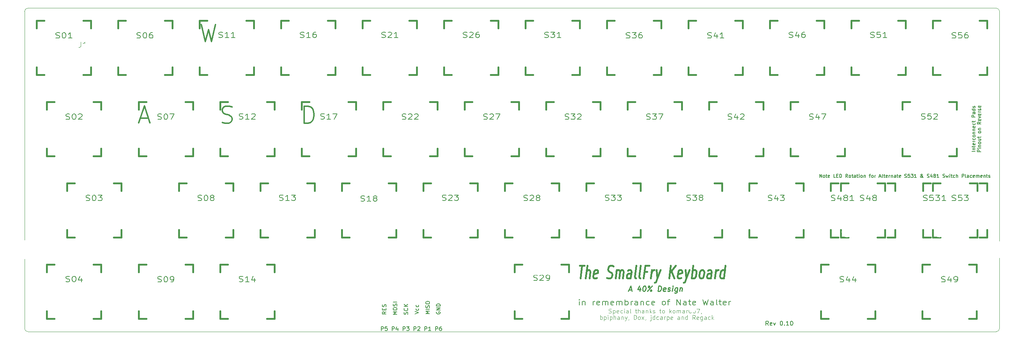
<source format=gto>
G04 #@! TF.FileFunction,Legend,Top*
%FSLAX46Y46*%
G04 Gerber Fmt 4.6, Leading zero omitted, Abs format (unit mm)*
G04 Created by KiCad (PCBNEW 4.0.1-stable) date 5/15/2016 6:24:45 PM*
%MOMM*%
G01*
G04 APERTURE LIST*
%ADD10C,0.150000*%
%ADD11C,0.099100*%
%ADD12C,0.200000*%
%ADD13C,0.100000*%
%ADD14C,0.250000*%
%ADD15C,0.450000*%
%ADD16C,0.304800*%
%ADD17C,0.381000*%
%ADD18C,0.203200*%
%ADD19C,0.088900*%
%ADD20C,2.003200*%
%ADD21C,1.803200*%
%ADD22C,2.489200*%
%ADD23C,4.191000*%
%ADD24C,1.905000*%
%ADD25O,2.108200X2.362200*%
%ADD26R,2.108200X2.362200*%
%ADD27O,1.727200X1.270000*%
%ADD28C,1.203200*%
%ADD29C,5.204460*%
%ADD30C,1.703200*%
%ADD31C,3.251200*%
%ADD32C,1.704340*%
G04 APERTURE END LIST*
D10*
D11*
X227209040Y-75750560D02*
X768040Y-75750560D01*
X227209040Y-75750560D02*
G75*
G03X227971040Y-74988560I0J762000D01*
G01*
X227971040Y-693560D02*
X227971040Y-74988560D01*
X227971040Y-693560D02*
G75*
G03X227209040Y68440I-762000J0D01*
G01*
X768040Y68440D02*
X227209040Y68440D01*
X768040Y68440D02*
G75*
G03X6040Y-693560I0J-762000D01*
G01*
X6040Y-74988560D02*
X6040Y-693560D01*
X6040Y-74988560D02*
G75*
G03X768040Y-75750560I762000J0D01*
G01*
D12*
X222272905Y-33493191D02*
X221472905Y-33493191D01*
X221739571Y-33112239D02*
X222272905Y-33112239D01*
X221815762Y-33112239D02*
X221777667Y-33074144D01*
X221739571Y-32997953D01*
X221739571Y-32883667D01*
X221777667Y-32807477D01*
X221853857Y-32769382D01*
X222272905Y-32769382D01*
X221739571Y-32502715D02*
X221739571Y-32197953D01*
X221472905Y-32388429D02*
X222158619Y-32388429D01*
X222234810Y-32350334D01*
X222272905Y-32274143D01*
X222272905Y-32197953D01*
X222234810Y-31626524D02*
X222272905Y-31702714D01*
X222272905Y-31855095D01*
X222234810Y-31931286D01*
X222158619Y-31969381D01*
X221853857Y-31969381D01*
X221777667Y-31931286D01*
X221739571Y-31855095D01*
X221739571Y-31702714D01*
X221777667Y-31626524D01*
X221853857Y-31588429D01*
X221930048Y-31588429D01*
X222006238Y-31969381D01*
X222272905Y-31245572D02*
X221739571Y-31245572D01*
X221891952Y-31245572D02*
X221815762Y-31207477D01*
X221777667Y-31169381D01*
X221739571Y-31093191D01*
X221739571Y-31017000D01*
X222234810Y-30407477D02*
X222272905Y-30483667D01*
X222272905Y-30636048D01*
X222234810Y-30712239D01*
X222196714Y-30750334D01*
X222120524Y-30788429D01*
X221891952Y-30788429D01*
X221815762Y-30750334D01*
X221777667Y-30712239D01*
X221739571Y-30636048D01*
X221739571Y-30483667D01*
X221777667Y-30407477D01*
X222272905Y-29950334D02*
X222234810Y-30026525D01*
X222196714Y-30064620D01*
X222120524Y-30102715D01*
X221891952Y-30102715D01*
X221815762Y-30064620D01*
X221777667Y-30026525D01*
X221739571Y-29950334D01*
X221739571Y-29836048D01*
X221777667Y-29759858D01*
X221815762Y-29721763D01*
X221891952Y-29683667D01*
X222120524Y-29683667D01*
X222196714Y-29721763D01*
X222234810Y-29759858D01*
X222272905Y-29836048D01*
X222272905Y-29950334D01*
X221739571Y-29340810D02*
X222272905Y-29340810D01*
X221815762Y-29340810D02*
X221777667Y-29302715D01*
X221739571Y-29226524D01*
X221739571Y-29112238D01*
X221777667Y-29036048D01*
X221853857Y-28997953D01*
X222272905Y-28997953D01*
X221739571Y-28617000D02*
X222272905Y-28617000D01*
X221815762Y-28617000D02*
X221777667Y-28578905D01*
X221739571Y-28502714D01*
X221739571Y-28388428D01*
X221777667Y-28312238D01*
X221853857Y-28274143D01*
X222272905Y-28274143D01*
X222234810Y-27588428D02*
X222272905Y-27664618D01*
X222272905Y-27816999D01*
X222234810Y-27893190D01*
X222158619Y-27931285D01*
X221853857Y-27931285D01*
X221777667Y-27893190D01*
X221739571Y-27816999D01*
X221739571Y-27664618D01*
X221777667Y-27588428D01*
X221853857Y-27550333D01*
X221930048Y-27550333D01*
X222006238Y-27931285D01*
X222234810Y-26864619D02*
X222272905Y-26940809D01*
X222272905Y-27093190D01*
X222234810Y-27169381D01*
X222196714Y-27207476D01*
X222120524Y-27245571D01*
X221891952Y-27245571D01*
X221815762Y-27207476D01*
X221777667Y-27169381D01*
X221739571Y-27093190D01*
X221739571Y-26940809D01*
X221777667Y-26864619D01*
X221739571Y-26636048D02*
X221739571Y-26331286D01*
X221472905Y-26521762D02*
X222158619Y-26521762D01*
X222234810Y-26483667D01*
X222272905Y-26407476D01*
X222272905Y-26331286D01*
X222272905Y-25455095D02*
X221472905Y-25455095D01*
X221472905Y-25150333D01*
X221511000Y-25074142D01*
X221549095Y-25036047D01*
X221625286Y-24997952D01*
X221739571Y-24997952D01*
X221815762Y-25036047D01*
X221853857Y-25074142D01*
X221891952Y-25150333D01*
X221891952Y-25455095D01*
X222272905Y-24312238D02*
X221853857Y-24312238D01*
X221777667Y-24350333D01*
X221739571Y-24426523D01*
X221739571Y-24578904D01*
X221777667Y-24655095D01*
X222234810Y-24312238D02*
X222272905Y-24388428D01*
X222272905Y-24578904D01*
X222234810Y-24655095D01*
X222158619Y-24693190D01*
X222082429Y-24693190D01*
X222006238Y-24655095D01*
X221968143Y-24578904D01*
X221968143Y-24388428D01*
X221930048Y-24312238D01*
X222272905Y-23588428D02*
X221472905Y-23588428D01*
X222234810Y-23588428D02*
X222272905Y-23664618D01*
X222272905Y-23816999D01*
X222234810Y-23893190D01*
X222196714Y-23931285D01*
X222120524Y-23969380D01*
X221891952Y-23969380D01*
X221815762Y-23931285D01*
X221777667Y-23893190D01*
X221739571Y-23816999D01*
X221739571Y-23664618D01*
X221777667Y-23588428D01*
X222234810Y-23245570D02*
X222272905Y-23169380D01*
X222272905Y-23016999D01*
X222234810Y-22940808D01*
X222158619Y-22902713D01*
X222120524Y-22902713D01*
X222044333Y-22940808D01*
X222006238Y-23016999D01*
X222006238Y-23131284D01*
X221968143Y-23207475D01*
X221891952Y-23245570D01*
X221853857Y-23245570D01*
X221777667Y-23207475D01*
X221739571Y-23131284D01*
X221739571Y-23016999D01*
X221777667Y-22940808D01*
X223592905Y-33569382D02*
X222792905Y-33569382D01*
X222792905Y-33264620D01*
X222831000Y-33188429D01*
X222869095Y-33150334D01*
X222945286Y-33112239D01*
X223059571Y-33112239D01*
X223135762Y-33150334D01*
X223173857Y-33188429D01*
X223211952Y-33264620D01*
X223211952Y-33569382D01*
X223592905Y-32769382D02*
X223059571Y-32769382D01*
X222792905Y-32769382D02*
X222831000Y-32807477D01*
X222869095Y-32769382D01*
X222831000Y-32731287D01*
X222792905Y-32769382D01*
X222869095Y-32769382D01*
X223059571Y-32388430D02*
X223592905Y-32388430D01*
X223135762Y-32388430D02*
X223097667Y-32350335D01*
X223059571Y-32274144D01*
X223059571Y-32159858D01*
X223097667Y-32083668D01*
X223173857Y-32045573D01*
X223592905Y-32045573D01*
X223592905Y-31550334D02*
X223554810Y-31626525D01*
X223516714Y-31664620D01*
X223440524Y-31702715D01*
X223211952Y-31702715D01*
X223135762Y-31664620D01*
X223097667Y-31626525D01*
X223059571Y-31550334D01*
X223059571Y-31436048D01*
X223097667Y-31359858D01*
X223135762Y-31321763D01*
X223211952Y-31283667D01*
X223440524Y-31283667D01*
X223516714Y-31321763D01*
X223554810Y-31359858D01*
X223592905Y-31436048D01*
X223592905Y-31550334D01*
X223059571Y-30597953D02*
X223592905Y-30597953D01*
X223059571Y-30940810D02*
X223478619Y-30940810D01*
X223554810Y-30902715D01*
X223592905Y-30826524D01*
X223592905Y-30712238D01*
X223554810Y-30636048D01*
X223516714Y-30597953D01*
X223059571Y-30331286D02*
X223059571Y-30026524D01*
X222792905Y-30217000D02*
X223478619Y-30217000D01*
X223554810Y-30178905D01*
X223592905Y-30102714D01*
X223592905Y-30026524D01*
X223592905Y-29036047D02*
X223554810Y-29112238D01*
X223516714Y-29150333D01*
X223440524Y-29188428D01*
X223211952Y-29188428D01*
X223135762Y-29150333D01*
X223097667Y-29112238D01*
X223059571Y-29036047D01*
X223059571Y-28921761D01*
X223097667Y-28845571D01*
X223135762Y-28807476D01*
X223211952Y-28769380D01*
X223440524Y-28769380D01*
X223516714Y-28807476D01*
X223554810Y-28845571D01*
X223592905Y-28921761D01*
X223592905Y-29036047D01*
X223059571Y-28426523D02*
X223592905Y-28426523D01*
X223135762Y-28426523D02*
X223097667Y-28388428D01*
X223059571Y-28312237D01*
X223059571Y-28197951D01*
X223097667Y-28121761D01*
X223173857Y-28083666D01*
X223592905Y-28083666D01*
X223592905Y-26636046D02*
X223211952Y-26902713D01*
X223592905Y-27093189D02*
X222792905Y-27093189D01*
X222792905Y-26788427D01*
X222831000Y-26712236D01*
X222869095Y-26674141D01*
X222945286Y-26636046D01*
X223059571Y-26636046D01*
X223135762Y-26674141D01*
X223173857Y-26712236D01*
X223211952Y-26788427D01*
X223211952Y-27093189D01*
X223554810Y-25988427D02*
X223592905Y-26064617D01*
X223592905Y-26216998D01*
X223554810Y-26293189D01*
X223478619Y-26331284D01*
X223173857Y-26331284D01*
X223097667Y-26293189D01*
X223059571Y-26216998D01*
X223059571Y-26064617D01*
X223097667Y-25988427D01*
X223173857Y-25950332D01*
X223250048Y-25950332D01*
X223326238Y-26331284D01*
X223059571Y-25683665D02*
X223592905Y-25493189D01*
X223059571Y-25302713D01*
X223554810Y-24693189D02*
X223592905Y-24769379D01*
X223592905Y-24921760D01*
X223554810Y-24997951D01*
X223478619Y-25036046D01*
X223173857Y-25036046D01*
X223097667Y-24997951D01*
X223059571Y-24921760D01*
X223059571Y-24769379D01*
X223097667Y-24693189D01*
X223173857Y-24655094D01*
X223250048Y-24655094D01*
X223326238Y-25036046D01*
X223592905Y-24312237D02*
X223059571Y-24312237D01*
X223211952Y-24312237D02*
X223135762Y-24274142D01*
X223097667Y-24236046D01*
X223059571Y-24159856D01*
X223059571Y-24083665D01*
X223554810Y-23855094D02*
X223592905Y-23778904D01*
X223592905Y-23626523D01*
X223554810Y-23550332D01*
X223478619Y-23512237D01*
X223440524Y-23512237D01*
X223364333Y-23550332D01*
X223326238Y-23626523D01*
X223326238Y-23740808D01*
X223288143Y-23816999D01*
X223211952Y-23855094D01*
X223173857Y-23855094D01*
X223097667Y-23816999D01*
X223059571Y-23740808D01*
X223059571Y-23626523D01*
X223097667Y-23550332D01*
X223554810Y-22864618D02*
X223592905Y-22940808D01*
X223592905Y-23093189D01*
X223554810Y-23169380D01*
X223478619Y-23207475D01*
X223173857Y-23207475D01*
X223097667Y-23169380D01*
X223059571Y-23093189D01*
X223059571Y-22940808D01*
X223097667Y-22864618D01*
X223173857Y-22826523D01*
X223250048Y-22826523D01*
X223326238Y-23207475D01*
X185902234Y-39627905D02*
X185902234Y-38827905D01*
X186359377Y-39627905D01*
X186359377Y-38827905D01*
X186854615Y-39627905D02*
X186778424Y-39589810D01*
X186740329Y-39551714D01*
X186702234Y-39475524D01*
X186702234Y-39246952D01*
X186740329Y-39170762D01*
X186778424Y-39132667D01*
X186854615Y-39094571D01*
X186968901Y-39094571D01*
X187045091Y-39132667D01*
X187083186Y-39170762D01*
X187121282Y-39246952D01*
X187121282Y-39475524D01*
X187083186Y-39551714D01*
X187045091Y-39589810D01*
X186968901Y-39627905D01*
X186854615Y-39627905D01*
X187349853Y-39094571D02*
X187654615Y-39094571D01*
X187464139Y-38827905D02*
X187464139Y-39513619D01*
X187502234Y-39589810D01*
X187578425Y-39627905D01*
X187654615Y-39627905D01*
X188226044Y-39589810D02*
X188149854Y-39627905D01*
X187997473Y-39627905D01*
X187921282Y-39589810D01*
X187883187Y-39513619D01*
X187883187Y-39208857D01*
X187921282Y-39132667D01*
X187997473Y-39094571D01*
X188149854Y-39094571D01*
X188226044Y-39132667D01*
X188264139Y-39208857D01*
X188264139Y-39285048D01*
X187883187Y-39361238D01*
X189597473Y-39627905D02*
X189216520Y-39627905D01*
X189216520Y-38827905D01*
X189864139Y-39208857D02*
X190130806Y-39208857D01*
X190245092Y-39627905D02*
X189864139Y-39627905D01*
X189864139Y-38827905D01*
X190245092Y-38827905D01*
X190587949Y-39627905D02*
X190587949Y-38827905D01*
X190778425Y-38827905D01*
X190892711Y-38866000D01*
X190968902Y-38942190D01*
X191006997Y-39018381D01*
X191045092Y-39170762D01*
X191045092Y-39285048D01*
X191006997Y-39437429D01*
X190968902Y-39513619D01*
X190892711Y-39589810D01*
X190778425Y-39627905D01*
X190587949Y-39627905D01*
X192454616Y-39627905D02*
X192187949Y-39246952D01*
X191997473Y-39627905D02*
X191997473Y-38827905D01*
X192302235Y-38827905D01*
X192378426Y-38866000D01*
X192416521Y-38904095D01*
X192454616Y-38980286D01*
X192454616Y-39094571D01*
X192416521Y-39170762D01*
X192378426Y-39208857D01*
X192302235Y-39246952D01*
X191997473Y-39246952D01*
X192911759Y-39627905D02*
X192835568Y-39589810D01*
X192797473Y-39551714D01*
X192759378Y-39475524D01*
X192759378Y-39246952D01*
X192797473Y-39170762D01*
X192835568Y-39132667D01*
X192911759Y-39094571D01*
X193026045Y-39094571D01*
X193102235Y-39132667D01*
X193140330Y-39170762D01*
X193178426Y-39246952D01*
X193178426Y-39475524D01*
X193140330Y-39551714D01*
X193102235Y-39589810D01*
X193026045Y-39627905D01*
X192911759Y-39627905D01*
X193406997Y-39094571D02*
X193711759Y-39094571D01*
X193521283Y-38827905D02*
X193521283Y-39513619D01*
X193559378Y-39589810D01*
X193635569Y-39627905D01*
X193711759Y-39627905D01*
X194321283Y-39627905D02*
X194321283Y-39208857D01*
X194283188Y-39132667D01*
X194206998Y-39094571D01*
X194054617Y-39094571D01*
X193978426Y-39132667D01*
X194321283Y-39589810D02*
X194245093Y-39627905D01*
X194054617Y-39627905D01*
X193978426Y-39589810D01*
X193940331Y-39513619D01*
X193940331Y-39437429D01*
X193978426Y-39361238D01*
X194054617Y-39323143D01*
X194245093Y-39323143D01*
X194321283Y-39285048D01*
X194587950Y-39094571D02*
X194892712Y-39094571D01*
X194702236Y-38827905D02*
X194702236Y-39513619D01*
X194740331Y-39589810D01*
X194816522Y-39627905D01*
X194892712Y-39627905D01*
X195159379Y-39627905D02*
X195159379Y-39094571D01*
X195159379Y-38827905D02*
X195121284Y-38866000D01*
X195159379Y-38904095D01*
X195197474Y-38866000D01*
X195159379Y-38827905D01*
X195159379Y-38904095D01*
X195654617Y-39627905D02*
X195578426Y-39589810D01*
X195540331Y-39551714D01*
X195502236Y-39475524D01*
X195502236Y-39246952D01*
X195540331Y-39170762D01*
X195578426Y-39132667D01*
X195654617Y-39094571D01*
X195768903Y-39094571D01*
X195845093Y-39132667D01*
X195883188Y-39170762D01*
X195921284Y-39246952D01*
X195921284Y-39475524D01*
X195883188Y-39551714D01*
X195845093Y-39589810D01*
X195768903Y-39627905D01*
X195654617Y-39627905D01*
X196264141Y-39094571D02*
X196264141Y-39627905D01*
X196264141Y-39170762D02*
X196302236Y-39132667D01*
X196378427Y-39094571D01*
X196492713Y-39094571D01*
X196568903Y-39132667D01*
X196606998Y-39208857D01*
X196606998Y-39627905D01*
X197483189Y-39094571D02*
X197787951Y-39094571D01*
X197597475Y-39627905D02*
X197597475Y-38942190D01*
X197635570Y-38866000D01*
X197711761Y-38827905D01*
X197787951Y-38827905D01*
X198168904Y-39627905D02*
X198092713Y-39589810D01*
X198054618Y-39551714D01*
X198016523Y-39475524D01*
X198016523Y-39246952D01*
X198054618Y-39170762D01*
X198092713Y-39132667D01*
X198168904Y-39094571D01*
X198283190Y-39094571D01*
X198359380Y-39132667D01*
X198397475Y-39170762D01*
X198435571Y-39246952D01*
X198435571Y-39475524D01*
X198397475Y-39551714D01*
X198359380Y-39589810D01*
X198283190Y-39627905D01*
X198168904Y-39627905D01*
X198778428Y-39627905D02*
X198778428Y-39094571D01*
X198778428Y-39246952D02*
X198816523Y-39170762D01*
X198854619Y-39132667D01*
X198930809Y-39094571D01*
X199007000Y-39094571D01*
X199845095Y-39399333D02*
X200226047Y-39399333D01*
X199768904Y-39627905D02*
X200035571Y-38827905D01*
X200302238Y-39627905D01*
X200683190Y-39627905D02*
X200606999Y-39589810D01*
X200568904Y-39513619D01*
X200568904Y-38827905D01*
X200873666Y-39094571D02*
X201178428Y-39094571D01*
X200987952Y-38827905D02*
X200987952Y-39513619D01*
X201026047Y-39589810D01*
X201102238Y-39627905D01*
X201178428Y-39627905D01*
X201749857Y-39589810D02*
X201673667Y-39627905D01*
X201521286Y-39627905D01*
X201445095Y-39589810D01*
X201407000Y-39513619D01*
X201407000Y-39208857D01*
X201445095Y-39132667D01*
X201521286Y-39094571D01*
X201673667Y-39094571D01*
X201749857Y-39132667D01*
X201787952Y-39208857D01*
X201787952Y-39285048D01*
X201407000Y-39361238D01*
X202130809Y-39627905D02*
X202130809Y-39094571D01*
X202130809Y-39246952D02*
X202168904Y-39170762D01*
X202207000Y-39132667D01*
X202283190Y-39094571D01*
X202359381Y-39094571D01*
X202626047Y-39094571D02*
X202626047Y-39627905D01*
X202626047Y-39170762D02*
X202664142Y-39132667D01*
X202740333Y-39094571D01*
X202854619Y-39094571D01*
X202930809Y-39132667D01*
X202968904Y-39208857D01*
X202968904Y-39627905D01*
X203692714Y-39627905D02*
X203692714Y-39208857D01*
X203654619Y-39132667D01*
X203578429Y-39094571D01*
X203426048Y-39094571D01*
X203349857Y-39132667D01*
X203692714Y-39589810D02*
X203616524Y-39627905D01*
X203426048Y-39627905D01*
X203349857Y-39589810D01*
X203311762Y-39513619D01*
X203311762Y-39437429D01*
X203349857Y-39361238D01*
X203426048Y-39323143D01*
X203616524Y-39323143D01*
X203692714Y-39285048D01*
X203959381Y-39094571D02*
X204264143Y-39094571D01*
X204073667Y-38827905D02*
X204073667Y-39513619D01*
X204111762Y-39589810D01*
X204187953Y-39627905D01*
X204264143Y-39627905D01*
X204835572Y-39589810D02*
X204759382Y-39627905D01*
X204607001Y-39627905D01*
X204530810Y-39589810D01*
X204492715Y-39513619D01*
X204492715Y-39208857D01*
X204530810Y-39132667D01*
X204607001Y-39094571D01*
X204759382Y-39094571D01*
X204835572Y-39132667D01*
X204873667Y-39208857D01*
X204873667Y-39285048D01*
X204492715Y-39361238D01*
X205787953Y-39589810D02*
X205902239Y-39627905D01*
X206092715Y-39627905D01*
X206168905Y-39589810D01*
X206207001Y-39551714D01*
X206245096Y-39475524D01*
X206245096Y-39399333D01*
X206207001Y-39323143D01*
X206168905Y-39285048D01*
X206092715Y-39246952D01*
X205940334Y-39208857D01*
X205864143Y-39170762D01*
X205826048Y-39132667D01*
X205787953Y-39056476D01*
X205787953Y-38980286D01*
X205826048Y-38904095D01*
X205864143Y-38866000D01*
X205940334Y-38827905D01*
X206130810Y-38827905D01*
X206245096Y-38866000D01*
X206968906Y-38827905D02*
X206587953Y-38827905D01*
X206549858Y-39208857D01*
X206587953Y-39170762D01*
X206664144Y-39132667D01*
X206854620Y-39132667D01*
X206930810Y-39170762D01*
X206968906Y-39208857D01*
X207007001Y-39285048D01*
X207007001Y-39475524D01*
X206968906Y-39551714D01*
X206930810Y-39589810D01*
X206854620Y-39627905D01*
X206664144Y-39627905D01*
X206587953Y-39589810D01*
X206549858Y-39551714D01*
X207273668Y-38827905D02*
X207768906Y-38827905D01*
X207502239Y-39132667D01*
X207616525Y-39132667D01*
X207692715Y-39170762D01*
X207730811Y-39208857D01*
X207768906Y-39285048D01*
X207768906Y-39475524D01*
X207730811Y-39551714D01*
X207692715Y-39589810D01*
X207616525Y-39627905D01*
X207387953Y-39627905D01*
X207311763Y-39589810D01*
X207273668Y-39551714D01*
X208530811Y-39627905D02*
X208073668Y-39627905D01*
X208302239Y-39627905D02*
X208302239Y-38827905D01*
X208226049Y-38942190D01*
X208149858Y-39018381D01*
X208073668Y-39056476D01*
X210130811Y-39627905D02*
X210092716Y-39627905D01*
X210016526Y-39589810D01*
X209902240Y-39475524D01*
X209711764Y-39246952D01*
X209635573Y-39132667D01*
X209597478Y-39018381D01*
X209597478Y-38942190D01*
X209635573Y-38866000D01*
X209711764Y-38827905D01*
X209749859Y-38827905D01*
X209826049Y-38866000D01*
X209864145Y-38942190D01*
X209864145Y-38980286D01*
X209826049Y-39056476D01*
X209787954Y-39094571D01*
X209559383Y-39246952D01*
X209521287Y-39285048D01*
X209483192Y-39361238D01*
X209483192Y-39475524D01*
X209521287Y-39551714D01*
X209559383Y-39589810D01*
X209635573Y-39627905D01*
X209749859Y-39627905D01*
X209826049Y-39589810D01*
X209864145Y-39551714D01*
X209978430Y-39399333D01*
X210016526Y-39285048D01*
X210016526Y-39208857D01*
X211045097Y-39589810D02*
X211159383Y-39627905D01*
X211349859Y-39627905D01*
X211426049Y-39589810D01*
X211464145Y-39551714D01*
X211502240Y-39475524D01*
X211502240Y-39399333D01*
X211464145Y-39323143D01*
X211426049Y-39285048D01*
X211349859Y-39246952D01*
X211197478Y-39208857D01*
X211121287Y-39170762D01*
X211083192Y-39132667D01*
X211045097Y-39056476D01*
X211045097Y-38980286D01*
X211083192Y-38904095D01*
X211121287Y-38866000D01*
X211197478Y-38827905D01*
X211387954Y-38827905D01*
X211502240Y-38866000D01*
X212187954Y-39094571D02*
X212187954Y-39627905D01*
X211997478Y-38789810D02*
X211807002Y-39361238D01*
X212302240Y-39361238D01*
X212721288Y-39170762D02*
X212645097Y-39132667D01*
X212607002Y-39094571D01*
X212568907Y-39018381D01*
X212568907Y-38980286D01*
X212607002Y-38904095D01*
X212645097Y-38866000D01*
X212721288Y-38827905D01*
X212873669Y-38827905D01*
X212949859Y-38866000D01*
X212987955Y-38904095D01*
X213026050Y-38980286D01*
X213026050Y-39018381D01*
X212987955Y-39094571D01*
X212949859Y-39132667D01*
X212873669Y-39170762D01*
X212721288Y-39170762D01*
X212645097Y-39208857D01*
X212607002Y-39246952D01*
X212568907Y-39323143D01*
X212568907Y-39475524D01*
X212607002Y-39551714D01*
X212645097Y-39589810D01*
X212721288Y-39627905D01*
X212873669Y-39627905D01*
X212949859Y-39589810D01*
X212987955Y-39551714D01*
X213026050Y-39475524D01*
X213026050Y-39323143D01*
X212987955Y-39246952D01*
X212949859Y-39208857D01*
X212873669Y-39170762D01*
X213787955Y-39627905D02*
X213330812Y-39627905D01*
X213559383Y-39627905D02*
X213559383Y-38827905D01*
X213483193Y-38942190D01*
X213407002Y-39018381D01*
X213330812Y-39056476D01*
X214702241Y-39589810D02*
X214816527Y-39627905D01*
X215007003Y-39627905D01*
X215083193Y-39589810D01*
X215121289Y-39551714D01*
X215159384Y-39475524D01*
X215159384Y-39399333D01*
X215121289Y-39323143D01*
X215083193Y-39285048D01*
X215007003Y-39246952D01*
X214854622Y-39208857D01*
X214778431Y-39170762D01*
X214740336Y-39132667D01*
X214702241Y-39056476D01*
X214702241Y-38980286D01*
X214740336Y-38904095D01*
X214778431Y-38866000D01*
X214854622Y-38827905D01*
X215045098Y-38827905D01*
X215159384Y-38866000D01*
X215426051Y-39094571D02*
X215578432Y-39627905D01*
X215730813Y-39246952D01*
X215883194Y-39627905D01*
X216035575Y-39094571D01*
X216340336Y-39627905D02*
X216340336Y-39094571D01*
X216340336Y-38827905D02*
X216302241Y-38866000D01*
X216340336Y-38904095D01*
X216378431Y-38866000D01*
X216340336Y-38827905D01*
X216340336Y-38904095D01*
X216607002Y-39094571D02*
X216911764Y-39094571D01*
X216721288Y-38827905D02*
X216721288Y-39513619D01*
X216759383Y-39589810D01*
X216835574Y-39627905D01*
X216911764Y-39627905D01*
X217521288Y-39589810D02*
X217445098Y-39627905D01*
X217292717Y-39627905D01*
X217216526Y-39589810D01*
X217178431Y-39551714D01*
X217140336Y-39475524D01*
X217140336Y-39246952D01*
X217178431Y-39170762D01*
X217216526Y-39132667D01*
X217292717Y-39094571D01*
X217445098Y-39094571D01*
X217521288Y-39132667D01*
X217864145Y-39627905D02*
X217864145Y-38827905D01*
X218207002Y-39627905D02*
X218207002Y-39208857D01*
X218168907Y-39132667D01*
X218092717Y-39094571D01*
X217978431Y-39094571D01*
X217902240Y-39132667D01*
X217864145Y-39170762D01*
X219197479Y-39627905D02*
X219197479Y-38827905D01*
X219502241Y-38827905D01*
X219578432Y-38866000D01*
X219616527Y-38904095D01*
X219654622Y-38980286D01*
X219654622Y-39094571D01*
X219616527Y-39170762D01*
X219578432Y-39208857D01*
X219502241Y-39246952D01*
X219197479Y-39246952D01*
X220111765Y-39627905D02*
X220035574Y-39589810D01*
X219997479Y-39513619D01*
X219997479Y-38827905D01*
X220759384Y-39627905D02*
X220759384Y-39208857D01*
X220721289Y-39132667D01*
X220645099Y-39094571D01*
X220492718Y-39094571D01*
X220416527Y-39132667D01*
X220759384Y-39589810D02*
X220683194Y-39627905D01*
X220492718Y-39627905D01*
X220416527Y-39589810D01*
X220378432Y-39513619D01*
X220378432Y-39437429D01*
X220416527Y-39361238D01*
X220492718Y-39323143D01*
X220683194Y-39323143D01*
X220759384Y-39285048D01*
X221483194Y-39589810D02*
X221407004Y-39627905D01*
X221254623Y-39627905D01*
X221178432Y-39589810D01*
X221140337Y-39551714D01*
X221102242Y-39475524D01*
X221102242Y-39246952D01*
X221140337Y-39170762D01*
X221178432Y-39132667D01*
X221254623Y-39094571D01*
X221407004Y-39094571D01*
X221483194Y-39132667D01*
X222130813Y-39589810D02*
X222054623Y-39627905D01*
X221902242Y-39627905D01*
X221826051Y-39589810D01*
X221787956Y-39513619D01*
X221787956Y-39208857D01*
X221826051Y-39132667D01*
X221902242Y-39094571D01*
X222054623Y-39094571D01*
X222130813Y-39132667D01*
X222168908Y-39208857D01*
X222168908Y-39285048D01*
X221787956Y-39361238D01*
X222511765Y-39627905D02*
X222511765Y-39094571D01*
X222511765Y-39170762D02*
X222549860Y-39132667D01*
X222626051Y-39094571D01*
X222740337Y-39094571D01*
X222816527Y-39132667D01*
X222854622Y-39208857D01*
X222854622Y-39627905D01*
X222854622Y-39208857D02*
X222892718Y-39132667D01*
X222968908Y-39094571D01*
X223083194Y-39094571D01*
X223159384Y-39132667D01*
X223197479Y-39208857D01*
X223197479Y-39627905D01*
X223883194Y-39589810D02*
X223807004Y-39627905D01*
X223654623Y-39627905D01*
X223578432Y-39589810D01*
X223540337Y-39513619D01*
X223540337Y-39208857D01*
X223578432Y-39132667D01*
X223654623Y-39094571D01*
X223807004Y-39094571D01*
X223883194Y-39132667D01*
X223921289Y-39208857D01*
X223921289Y-39285048D01*
X223540337Y-39361238D01*
X224264146Y-39094571D02*
X224264146Y-39627905D01*
X224264146Y-39170762D02*
X224302241Y-39132667D01*
X224378432Y-39094571D01*
X224492718Y-39094571D01*
X224568908Y-39132667D01*
X224607003Y-39208857D01*
X224607003Y-39627905D01*
X224873670Y-39094571D02*
X225178432Y-39094571D01*
X224987956Y-38827905D02*
X224987956Y-39513619D01*
X225026051Y-39589810D01*
X225102242Y-39627905D01*
X225178432Y-39627905D01*
X225407004Y-39589810D02*
X225483194Y-39627905D01*
X225635575Y-39627905D01*
X225711766Y-39589810D01*
X225749861Y-39513619D01*
X225749861Y-39475524D01*
X225711766Y-39399333D01*
X225635575Y-39361238D01*
X225521290Y-39361238D01*
X225445099Y-39323143D01*
X225407004Y-39246952D01*
X225407004Y-39208857D01*
X225445099Y-39132667D01*
X225521290Y-39094571D01*
X225635575Y-39094571D01*
X225711766Y-39132667D01*
X173922381Y-74262381D02*
X173589047Y-73786190D01*
X173350952Y-74262381D02*
X173350952Y-73262381D01*
X173731905Y-73262381D01*
X173827143Y-73310000D01*
X173874762Y-73357619D01*
X173922381Y-73452857D01*
X173922381Y-73595714D01*
X173874762Y-73690952D01*
X173827143Y-73738571D01*
X173731905Y-73786190D01*
X173350952Y-73786190D01*
X174731905Y-74214762D02*
X174636667Y-74262381D01*
X174446190Y-74262381D01*
X174350952Y-74214762D01*
X174303333Y-74119524D01*
X174303333Y-73738571D01*
X174350952Y-73643333D01*
X174446190Y-73595714D01*
X174636667Y-73595714D01*
X174731905Y-73643333D01*
X174779524Y-73738571D01*
X174779524Y-73833810D01*
X174303333Y-73929048D01*
X175112857Y-73595714D02*
X175350952Y-74262381D01*
X175589048Y-73595714D01*
X176922381Y-73262381D02*
X177017620Y-73262381D01*
X177112858Y-73310000D01*
X177160477Y-73357619D01*
X177208096Y-73452857D01*
X177255715Y-73643333D01*
X177255715Y-73881429D01*
X177208096Y-74071905D01*
X177160477Y-74167143D01*
X177112858Y-74214762D01*
X177017620Y-74262381D01*
X176922381Y-74262381D01*
X176827143Y-74214762D01*
X176779524Y-74167143D01*
X176731905Y-74071905D01*
X176684286Y-73881429D01*
X176684286Y-73643333D01*
X176731905Y-73452857D01*
X176779524Y-73357619D01*
X176827143Y-73310000D01*
X176922381Y-73262381D01*
X177684286Y-74167143D02*
X177731905Y-74214762D01*
X177684286Y-74262381D01*
X177636667Y-74214762D01*
X177684286Y-74167143D01*
X177684286Y-74262381D01*
X178684286Y-74262381D02*
X178112857Y-74262381D01*
X178398571Y-74262381D02*
X178398571Y-73262381D01*
X178303333Y-73405238D01*
X178208095Y-73500476D01*
X178112857Y-73548095D01*
X179303333Y-73262381D02*
X179398572Y-73262381D01*
X179493810Y-73310000D01*
X179541429Y-73357619D01*
X179589048Y-73452857D01*
X179636667Y-73643333D01*
X179636667Y-73881429D01*
X179589048Y-74071905D01*
X179541429Y-74167143D01*
X179493810Y-74214762D01*
X179398572Y-74262381D01*
X179303333Y-74262381D01*
X179208095Y-74214762D01*
X179160476Y-74167143D01*
X179112857Y-74071905D01*
X179065238Y-73881429D01*
X179065238Y-73643333D01*
X179112857Y-73452857D01*
X179160476Y-73357619D01*
X179208095Y-73310000D01*
X179303333Y-73262381D01*
D13*
X136617213Y-71338782D02*
X136760070Y-71386401D01*
X136998166Y-71386401D01*
X137093404Y-71338782D01*
X137141023Y-71291163D01*
X137188642Y-71195925D01*
X137188642Y-71100687D01*
X137141023Y-71005449D01*
X137093404Y-70957830D01*
X136998166Y-70910210D01*
X136807689Y-70862591D01*
X136712451Y-70814972D01*
X136664832Y-70767353D01*
X136617213Y-70672115D01*
X136617213Y-70576877D01*
X136664832Y-70481639D01*
X136712451Y-70434020D01*
X136807689Y-70386401D01*
X137045785Y-70386401D01*
X137188642Y-70434020D01*
X137617213Y-70719734D02*
X137617213Y-71719734D01*
X137617213Y-70767353D02*
X137712451Y-70719734D01*
X137902928Y-70719734D01*
X137998166Y-70767353D01*
X138045785Y-70814972D01*
X138093404Y-70910210D01*
X138093404Y-71195925D01*
X138045785Y-71291163D01*
X137998166Y-71338782D01*
X137902928Y-71386401D01*
X137712451Y-71386401D01*
X137617213Y-71338782D01*
X138902928Y-71338782D02*
X138807690Y-71386401D01*
X138617213Y-71386401D01*
X138521975Y-71338782D01*
X138474356Y-71243544D01*
X138474356Y-70862591D01*
X138521975Y-70767353D01*
X138617213Y-70719734D01*
X138807690Y-70719734D01*
X138902928Y-70767353D01*
X138950547Y-70862591D01*
X138950547Y-70957830D01*
X138474356Y-71053068D01*
X139807690Y-71338782D02*
X139712452Y-71386401D01*
X139521975Y-71386401D01*
X139426737Y-71338782D01*
X139379118Y-71291163D01*
X139331499Y-71195925D01*
X139331499Y-70910210D01*
X139379118Y-70814972D01*
X139426737Y-70767353D01*
X139521975Y-70719734D01*
X139712452Y-70719734D01*
X139807690Y-70767353D01*
X140236261Y-71386401D02*
X140236261Y-70719734D01*
X140236261Y-70386401D02*
X140188642Y-70434020D01*
X140236261Y-70481639D01*
X140283880Y-70434020D01*
X140236261Y-70386401D01*
X140236261Y-70481639D01*
X141141023Y-71386401D02*
X141141023Y-70862591D01*
X141093404Y-70767353D01*
X140998166Y-70719734D01*
X140807689Y-70719734D01*
X140712451Y-70767353D01*
X141141023Y-71338782D02*
X141045785Y-71386401D01*
X140807689Y-71386401D01*
X140712451Y-71338782D01*
X140664832Y-71243544D01*
X140664832Y-71148306D01*
X140712451Y-71053068D01*
X140807689Y-71005449D01*
X141045785Y-71005449D01*
X141141023Y-70957830D01*
X141760070Y-71386401D02*
X141664832Y-71338782D01*
X141617213Y-71243544D01*
X141617213Y-70386401D01*
X142760071Y-70719734D02*
X143141023Y-70719734D01*
X142902928Y-70386401D02*
X142902928Y-71243544D01*
X142950547Y-71338782D01*
X143045785Y-71386401D01*
X143141023Y-71386401D01*
X143474357Y-71386401D02*
X143474357Y-70386401D01*
X143902929Y-71386401D02*
X143902929Y-70862591D01*
X143855310Y-70767353D01*
X143760072Y-70719734D01*
X143617214Y-70719734D01*
X143521976Y-70767353D01*
X143474357Y-70814972D01*
X144807691Y-71386401D02*
X144807691Y-70862591D01*
X144760072Y-70767353D01*
X144664834Y-70719734D01*
X144474357Y-70719734D01*
X144379119Y-70767353D01*
X144807691Y-71338782D02*
X144712453Y-71386401D01*
X144474357Y-71386401D01*
X144379119Y-71338782D01*
X144331500Y-71243544D01*
X144331500Y-71148306D01*
X144379119Y-71053068D01*
X144474357Y-71005449D01*
X144712453Y-71005449D01*
X144807691Y-70957830D01*
X145283881Y-70719734D02*
X145283881Y-71386401D01*
X145283881Y-70814972D02*
X145331500Y-70767353D01*
X145426738Y-70719734D01*
X145569596Y-70719734D01*
X145664834Y-70767353D01*
X145712453Y-70862591D01*
X145712453Y-71386401D01*
X146188643Y-71386401D02*
X146188643Y-70386401D01*
X146283881Y-71005449D02*
X146569596Y-71386401D01*
X146569596Y-70719734D02*
X146188643Y-71100687D01*
X146950548Y-71338782D02*
X147045786Y-71386401D01*
X147236262Y-71386401D01*
X147331501Y-71338782D01*
X147379120Y-71243544D01*
X147379120Y-71195925D01*
X147331501Y-71100687D01*
X147236262Y-71053068D01*
X147093405Y-71053068D01*
X146998167Y-71005449D01*
X146950548Y-70910210D01*
X146950548Y-70862591D01*
X146998167Y-70767353D01*
X147093405Y-70719734D01*
X147236262Y-70719734D01*
X147331501Y-70767353D01*
X148426739Y-70719734D02*
X148807691Y-70719734D01*
X148569596Y-70386401D02*
X148569596Y-71243544D01*
X148617215Y-71338782D01*
X148712453Y-71386401D01*
X148807691Y-71386401D01*
X149283882Y-71386401D02*
X149188644Y-71338782D01*
X149141025Y-71291163D01*
X149093406Y-71195925D01*
X149093406Y-70910210D01*
X149141025Y-70814972D01*
X149188644Y-70767353D01*
X149283882Y-70719734D01*
X149426740Y-70719734D01*
X149521978Y-70767353D01*
X149569597Y-70814972D01*
X149617216Y-70910210D01*
X149617216Y-71195925D01*
X149569597Y-71291163D01*
X149521978Y-71338782D01*
X149426740Y-71386401D01*
X149283882Y-71386401D01*
X150807692Y-71386401D02*
X150807692Y-70386401D01*
X150902930Y-71005449D02*
X151188645Y-71386401D01*
X151188645Y-70719734D02*
X150807692Y-71100687D01*
X151760073Y-71386401D02*
X151664835Y-71338782D01*
X151617216Y-71291163D01*
X151569597Y-71195925D01*
X151569597Y-70910210D01*
X151617216Y-70814972D01*
X151664835Y-70767353D01*
X151760073Y-70719734D01*
X151902931Y-70719734D01*
X151998169Y-70767353D01*
X152045788Y-70814972D01*
X152093407Y-70910210D01*
X152093407Y-71195925D01*
X152045788Y-71291163D01*
X151998169Y-71338782D01*
X151902931Y-71386401D01*
X151760073Y-71386401D01*
X152521978Y-71386401D02*
X152521978Y-70719734D01*
X152521978Y-70814972D02*
X152569597Y-70767353D01*
X152664835Y-70719734D01*
X152807693Y-70719734D01*
X152902931Y-70767353D01*
X152950550Y-70862591D01*
X152950550Y-71386401D01*
X152950550Y-70862591D02*
X152998169Y-70767353D01*
X153093407Y-70719734D01*
X153236264Y-70719734D01*
X153331502Y-70767353D01*
X153379121Y-70862591D01*
X153379121Y-71386401D01*
X154283883Y-71386401D02*
X154283883Y-70862591D01*
X154236264Y-70767353D01*
X154141026Y-70719734D01*
X153950549Y-70719734D01*
X153855311Y-70767353D01*
X154283883Y-71338782D02*
X154188645Y-71386401D01*
X153950549Y-71386401D01*
X153855311Y-71338782D01*
X153807692Y-71243544D01*
X153807692Y-71148306D01*
X153855311Y-71053068D01*
X153950549Y-71005449D01*
X154188645Y-71005449D01*
X154283883Y-70957830D01*
X154760073Y-71386401D02*
X154760073Y-70719734D01*
X154760073Y-70910210D02*
X154807692Y-70814972D01*
X154855311Y-70767353D01*
X154950549Y-70719734D01*
X155045788Y-70719734D01*
X155569597Y-70386401D02*
X155664836Y-70386401D01*
X155760074Y-70434020D01*
X155807693Y-70481639D01*
X155855312Y-70576877D01*
X155902931Y-70767353D01*
X155902931Y-71005449D01*
X155855312Y-71195925D01*
X155807693Y-71291163D01*
X155760074Y-71338782D01*
X155664836Y-71386401D01*
X155569597Y-71386401D01*
X155474359Y-71338782D01*
X155426740Y-71291163D01*
X155379121Y-71195925D01*
X155331502Y-71005449D01*
X155331502Y-70767353D01*
X155379121Y-70576877D01*
X155426740Y-70481639D01*
X155474359Y-70434020D01*
X155569597Y-70386401D01*
X156521978Y-70386401D02*
X156617217Y-70386401D01*
X156712455Y-70434020D01*
X156760074Y-70481639D01*
X156807693Y-70576877D01*
X156855312Y-70767353D01*
X156855312Y-71005449D01*
X156807693Y-71195925D01*
X156760074Y-71291163D01*
X156712455Y-71338782D01*
X156617217Y-71386401D01*
X156521978Y-71386401D01*
X156426740Y-71338782D01*
X156379121Y-71291163D01*
X156331502Y-71195925D01*
X156283883Y-71005449D01*
X156283883Y-70767353D01*
X156331502Y-70576877D01*
X156379121Y-70481639D01*
X156426740Y-70434020D01*
X156521978Y-70386401D01*
X157188645Y-70386401D02*
X157855312Y-70386401D01*
X157426740Y-71386401D01*
X158283883Y-71338782D02*
X158283883Y-71386401D01*
X158236264Y-71481639D01*
X158188645Y-71529258D01*
X134593404Y-72886401D02*
X134593404Y-71886401D01*
X134593404Y-72267353D02*
X134688642Y-72219734D01*
X134879119Y-72219734D01*
X134974357Y-72267353D01*
X135021976Y-72314972D01*
X135069595Y-72410210D01*
X135069595Y-72695925D01*
X135021976Y-72791163D01*
X134974357Y-72838782D01*
X134879119Y-72886401D01*
X134688642Y-72886401D01*
X134593404Y-72838782D01*
X135498166Y-72219734D02*
X135498166Y-73219734D01*
X135498166Y-72267353D02*
X135593404Y-72219734D01*
X135783881Y-72219734D01*
X135879119Y-72267353D01*
X135926738Y-72314972D01*
X135974357Y-72410210D01*
X135974357Y-72695925D01*
X135926738Y-72791163D01*
X135879119Y-72838782D01*
X135783881Y-72886401D01*
X135593404Y-72886401D01*
X135498166Y-72838782D01*
X136402928Y-72886401D02*
X136402928Y-72219734D01*
X136402928Y-71886401D02*
X136355309Y-71934020D01*
X136402928Y-71981639D01*
X136450547Y-71934020D01*
X136402928Y-71886401D01*
X136402928Y-71981639D01*
X136879118Y-72219734D02*
X136879118Y-73219734D01*
X136879118Y-72267353D02*
X136974356Y-72219734D01*
X137164833Y-72219734D01*
X137260071Y-72267353D01*
X137307690Y-72314972D01*
X137355309Y-72410210D01*
X137355309Y-72695925D01*
X137307690Y-72791163D01*
X137260071Y-72838782D01*
X137164833Y-72886401D01*
X136974356Y-72886401D01*
X136879118Y-72838782D01*
X137783880Y-72886401D02*
X137783880Y-71886401D01*
X138212452Y-72886401D02*
X138212452Y-72362591D01*
X138164833Y-72267353D01*
X138069595Y-72219734D01*
X137926737Y-72219734D01*
X137831499Y-72267353D01*
X137783880Y-72314972D01*
X139117214Y-72886401D02*
X139117214Y-72362591D01*
X139069595Y-72267353D01*
X138974357Y-72219734D01*
X138783880Y-72219734D01*
X138688642Y-72267353D01*
X139117214Y-72838782D02*
X139021976Y-72886401D01*
X138783880Y-72886401D01*
X138688642Y-72838782D01*
X138641023Y-72743544D01*
X138641023Y-72648306D01*
X138688642Y-72553068D01*
X138783880Y-72505449D01*
X139021976Y-72505449D01*
X139117214Y-72457830D01*
X139593404Y-72219734D02*
X139593404Y-72886401D01*
X139593404Y-72314972D02*
X139641023Y-72267353D01*
X139736261Y-72219734D01*
X139879119Y-72219734D01*
X139974357Y-72267353D01*
X140021976Y-72362591D01*
X140021976Y-72886401D01*
X140402928Y-72219734D02*
X140641023Y-72886401D01*
X140879119Y-72219734D02*
X140641023Y-72886401D01*
X140545785Y-73124496D01*
X140498166Y-73172115D01*
X140402928Y-73219734D01*
X141307690Y-72838782D02*
X141307690Y-72886401D01*
X141260071Y-72981639D01*
X141212452Y-73029258D01*
X142498166Y-72886401D02*
X142498166Y-71886401D01*
X142736261Y-71886401D01*
X142879119Y-71934020D01*
X142974357Y-72029258D01*
X143021976Y-72124496D01*
X143069595Y-72314972D01*
X143069595Y-72457830D01*
X143021976Y-72648306D01*
X142974357Y-72743544D01*
X142879119Y-72838782D01*
X142736261Y-72886401D01*
X142498166Y-72886401D01*
X143641023Y-72886401D02*
X143545785Y-72838782D01*
X143498166Y-72791163D01*
X143450547Y-72695925D01*
X143450547Y-72410210D01*
X143498166Y-72314972D01*
X143545785Y-72267353D01*
X143641023Y-72219734D01*
X143783881Y-72219734D01*
X143879119Y-72267353D01*
X143926738Y-72314972D01*
X143974357Y-72410210D01*
X143974357Y-72695925D01*
X143926738Y-72791163D01*
X143879119Y-72838782D01*
X143783881Y-72886401D01*
X143641023Y-72886401D01*
X144307690Y-72886401D02*
X144831500Y-72219734D01*
X144307690Y-72219734D02*
X144831500Y-72886401D01*
X145260071Y-72838782D02*
X145260071Y-72886401D01*
X145212452Y-72981639D01*
X145164833Y-73029258D01*
X146450547Y-72219734D02*
X146450547Y-73076877D01*
X146402928Y-73172115D01*
X146307690Y-73219734D01*
X146260071Y-73219734D01*
X146450547Y-71886401D02*
X146402928Y-71934020D01*
X146450547Y-71981639D01*
X146498166Y-71934020D01*
X146450547Y-71886401D01*
X146450547Y-71981639D01*
X147355309Y-72886401D02*
X147355309Y-71886401D01*
X147355309Y-72838782D02*
X147260071Y-72886401D01*
X147069594Y-72886401D01*
X146974356Y-72838782D01*
X146926737Y-72791163D01*
X146879118Y-72695925D01*
X146879118Y-72410210D01*
X146926737Y-72314972D01*
X146974356Y-72267353D01*
X147069594Y-72219734D01*
X147260071Y-72219734D01*
X147355309Y-72267353D01*
X148260071Y-72838782D02*
X148164833Y-72886401D01*
X147974356Y-72886401D01*
X147879118Y-72838782D01*
X147831499Y-72791163D01*
X147783880Y-72695925D01*
X147783880Y-72410210D01*
X147831499Y-72314972D01*
X147879118Y-72267353D01*
X147974356Y-72219734D01*
X148164833Y-72219734D01*
X148260071Y-72267353D01*
X149117214Y-72886401D02*
X149117214Y-72362591D01*
X149069595Y-72267353D01*
X148974357Y-72219734D01*
X148783880Y-72219734D01*
X148688642Y-72267353D01*
X149117214Y-72838782D02*
X149021976Y-72886401D01*
X148783880Y-72886401D01*
X148688642Y-72838782D01*
X148641023Y-72743544D01*
X148641023Y-72648306D01*
X148688642Y-72553068D01*
X148783880Y-72505449D01*
X149021976Y-72505449D01*
X149117214Y-72457830D01*
X149593404Y-72886401D02*
X149593404Y-72219734D01*
X149593404Y-72410210D02*
X149641023Y-72314972D01*
X149688642Y-72267353D01*
X149783880Y-72219734D01*
X149879119Y-72219734D01*
X150212452Y-72219734D02*
X150212452Y-73219734D01*
X150212452Y-72267353D02*
X150307690Y-72219734D01*
X150498167Y-72219734D01*
X150593405Y-72267353D01*
X150641024Y-72314972D01*
X150688643Y-72410210D01*
X150688643Y-72695925D01*
X150641024Y-72791163D01*
X150593405Y-72838782D01*
X150498167Y-72886401D01*
X150307690Y-72886401D01*
X150212452Y-72838782D01*
X151498167Y-72838782D02*
X151402929Y-72886401D01*
X151212452Y-72886401D01*
X151117214Y-72838782D01*
X151069595Y-72743544D01*
X151069595Y-72362591D01*
X151117214Y-72267353D01*
X151212452Y-72219734D01*
X151402929Y-72219734D01*
X151498167Y-72267353D01*
X151545786Y-72362591D01*
X151545786Y-72457830D01*
X151069595Y-72553068D01*
X153164834Y-72886401D02*
X153164834Y-72362591D01*
X153117215Y-72267353D01*
X153021977Y-72219734D01*
X152831500Y-72219734D01*
X152736262Y-72267353D01*
X153164834Y-72838782D02*
X153069596Y-72886401D01*
X152831500Y-72886401D01*
X152736262Y-72838782D01*
X152688643Y-72743544D01*
X152688643Y-72648306D01*
X152736262Y-72553068D01*
X152831500Y-72505449D01*
X153069596Y-72505449D01*
X153164834Y-72457830D01*
X153641024Y-72219734D02*
X153641024Y-72886401D01*
X153641024Y-72314972D02*
X153688643Y-72267353D01*
X153783881Y-72219734D01*
X153926739Y-72219734D01*
X154021977Y-72267353D01*
X154069596Y-72362591D01*
X154069596Y-72886401D01*
X154974358Y-72886401D02*
X154974358Y-71886401D01*
X154974358Y-72838782D02*
X154879120Y-72886401D01*
X154688643Y-72886401D01*
X154593405Y-72838782D01*
X154545786Y-72791163D01*
X154498167Y-72695925D01*
X154498167Y-72410210D01*
X154545786Y-72314972D01*
X154593405Y-72267353D01*
X154688643Y-72219734D01*
X154879120Y-72219734D01*
X154974358Y-72267353D01*
X156783882Y-72886401D02*
X156450548Y-72410210D01*
X156212453Y-72886401D02*
X156212453Y-71886401D01*
X156593406Y-71886401D01*
X156688644Y-71934020D01*
X156736263Y-71981639D01*
X156783882Y-72076877D01*
X156783882Y-72219734D01*
X156736263Y-72314972D01*
X156688644Y-72362591D01*
X156593406Y-72410210D01*
X156212453Y-72410210D01*
X157593406Y-72838782D02*
X157498168Y-72886401D01*
X157307691Y-72886401D01*
X157212453Y-72838782D01*
X157164834Y-72743544D01*
X157164834Y-72362591D01*
X157212453Y-72267353D01*
X157307691Y-72219734D01*
X157498168Y-72219734D01*
X157593406Y-72267353D01*
X157641025Y-72362591D01*
X157641025Y-72457830D01*
X157164834Y-72553068D01*
X158498168Y-72219734D02*
X158498168Y-73029258D01*
X158450549Y-73124496D01*
X158402930Y-73172115D01*
X158307691Y-73219734D01*
X158164834Y-73219734D01*
X158069596Y-73172115D01*
X158498168Y-72838782D02*
X158402930Y-72886401D01*
X158212453Y-72886401D01*
X158117215Y-72838782D01*
X158069596Y-72791163D01*
X158021977Y-72695925D01*
X158021977Y-72410210D01*
X158069596Y-72314972D01*
X158117215Y-72267353D01*
X158212453Y-72219734D01*
X158402930Y-72219734D01*
X158498168Y-72267353D01*
X159402930Y-72886401D02*
X159402930Y-72362591D01*
X159355311Y-72267353D01*
X159260073Y-72219734D01*
X159069596Y-72219734D01*
X158974358Y-72267353D01*
X159402930Y-72838782D02*
X159307692Y-72886401D01*
X159069596Y-72886401D01*
X158974358Y-72838782D01*
X158926739Y-72743544D01*
X158926739Y-72648306D01*
X158974358Y-72553068D01*
X159069596Y-72505449D01*
X159307692Y-72505449D01*
X159402930Y-72457830D01*
X160307692Y-72838782D02*
X160212454Y-72886401D01*
X160021977Y-72886401D01*
X159926739Y-72838782D01*
X159879120Y-72791163D01*
X159831501Y-72695925D01*
X159831501Y-72410210D01*
X159879120Y-72314972D01*
X159926739Y-72267353D01*
X160021977Y-72219734D01*
X160212454Y-72219734D01*
X160307692Y-72267353D01*
X160736263Y-72886401D02*
X160736263Y-71886401D01*
X160831501Y-72505449D02*
X161117216Y-72886401D01*
X161117216Y-72219734D02*
X160736263Y-72600687D01*
D12*
X129716358Y-69455496D02*
X129716358Y-68622163D01*
X129716358Y-68205496D02*
X129644929Y-68265020D01*
X129716358Y-68324544D01*
X129787786Y-68265020D01*
X129716358Y-68205496D01*
X129716358Y-68324544D01*
X130430644Y-68622163D02*
X130430644Y-69455496D01*
X130430644Y-68741210D02*
X130502072Y-68681687D01*
X130644930Y-68622163D01*
X130859215Y-68622163D01*
X131002072Y-68681687D01*
X131073501Y-68800734D01*
X131073501Y-69455496D01*
X132930644Y-69455496D02*
X132930644Y-68622163D01*
X132930644Y-68860258D02*
X133002072Y-68741210D01*
X133073501Y-68681687D01*
X133216358Y-68622163D01*
X133359215Y-68622163D01*
X134430643Y-69395972D02*
X134287786Y-69455496D01*
X134002072Y-69455496D01*
X133859215Y-69395972D01*
X133787786Y-69276925D01*
X133787786Y-68800734D01*
X133859215Y-68681687D01*
X134002072Y-68622163D01*
X134287786Y-68622163D01*
X134430643Y-68681687D01*
X134502072Y-68800734D01*
X134502072Y-68919782D01*
X133787786Y-69038830D01*
X135144929Y-69455496D02*
X135144929Y-68622163D01*
X135144929Y-68741210D02*
X135216357Y-68681687D01*
X135359215Y-68622163D01*
X135573500Y-68622163D01*
X135716357Y-68681687D01*
X135787786Y-68800734D01*
X135787786Y-69455496D01*
X135787786Y-68800734D02*
X135859215Y-68681687D01*
X136002072Y-68622163D01*
X136216357Y-68622163D01*
X136359215Y-68681687D01*
X136430643Y-68800734D01*
X136430643Y-69455496D01*
X137716357Y-69395972D02*
X137573500Y-69455496D01*
X137287786Y-69455496D01*
X137144929Y-69395972D01*
X137073500Y-69276925D01*
X137073500Y-68800734D01*
X137144929Y-68681687D01*
X137287786Y-68622163D01*
X137573500Y-68622163D01*
X137716357Y-68681687D01*
X137787786Y-68800734D01*
X137787786Y-68919782D01*
X137073500Y-69038830D01*
X138430643Y-69455496D02*
X138430643Y-68622163D01*
X138430643Y-68741210D02*
X138502071Y-68681687D01*
X138644929Y-68622163D01*
X138859214Y-68622163D01*
X139002071Y-68681687D01*
X139073500Y-68800734D01*
X139073500Y-69455496D01*
X139073500Y-68800734D02*
X139144929Y-68681687D01*
X139287786Y-68622163D01*
X139502071Y-68622163D01*
X139644929Y-68681687D01*
X139716357Y-68800734D01*
X139716357Y-69455496D01*
X140430643Y-69455496D02*
X140430643Y-68205496D01*
X140430643Y-68681687D02*
X140573500Y-68622163D01*
X140859214Y-68622163D01*
X141002071Y-68681687D01*
X141073500Y-68741210D01*
X141144929Y-68860258D01*
X141144929Y-69217401D01*
X141073500Y-69336449D01*
X141002071Y-69395972D01*
X140859214Y-69455496D01*
X140573500Y-69455496D01*
X140430643Y-69395972D01*
X141787786Y-69455496D02*
X141787786Y-68622163D01*
X141787786Y-68860258D02*
X141859214Y-68741210D01*
X141930643Y-68681687D01*
X142073500Y-68622163D01*
X142216357Y-68622163D01*
X143359214Y-69455496D02*
X143359214Y-68800734D01*
X143287785Y-68681687D01*
X143144928Y-68622163D01*
X142859214Y-68622163D01*
X142716357Y-68681687D01*
X143359214Y-69395972D02*
X143216357Y-69455496D01*
X142859214Y-69455496D01*
X142716357Y-69395972D01*
X142644928Y-69276925D01*
X142644928Y-69157877D01*
X142716357Y-69038830D01*
X142859214Y-68979306D01*
X143216357Y-68979306D01*
X143359214Y-68919782D01*
X144073500Y-68622163D02*
X144073500Y-69455496D01*
X144073500Y-68741210D02*
X144144928Y-68681687D01*
X144287786Y-68622163D01*
X144502071Y-68622163D01*
X144644928Y-68681687D01*
X144716357Y-68800734D01*
X144716357Y-69455496D01*
X146073500Y-69395972D02*
X145930643Y-69455496D01*
X145644929Y-69455496D01*
X145502071Y-69395972D01*
X145430643Y-69336449D01*
X145359214Y-69217401D01*
X145359214Y-68860258D01*
X145430643Y-68741210D01*
X145502071Y-68681687D01*
X145644929Y-68622163D01*
X145930643Y-68622163D01*
X146073500Y-68681687D01*
X147287785Y-69395972D02*
X147144928Y-69455496D01*
X146859214Y-69455496D01*
X146716357Y-69395972D01*
X146644928Y-69276925D01*
X146644928Y-68800734D01*
X146716357Y-68681687D01*
X146859214Y-68622163D01*
X147144928Y-68622163D01*
X147287785Y-68681687D01*
X147359214Y-68800734D01*
X147359214Y-68919782D01*
X146644928Y-69038830D01*
X149359214Y-69455496D02*
X149216356Y-69395972D01*
X149144928Y-69336449D01*
X149073499Y-69217401D01*
X149073499Y-68860258D01*
X149144928Y-68741210D01*
X149216356Y-68681687D01*
X149359214Y-68622163D01*
X149573499Y-68622163D01*
X149716356Y-68681687D01*
X149787785Y-68741210D01*
X149859214Y-68860258D01*
X149859214Y-69217401D01*
X149787785Y-69336449D01*
X149716356Y-69395972D01*
X149573499Y-69455496D01*
X149359214Y-69455496D01*
X150287785Y-68622163D02*
X150859214Y-68622163D01*
X150502071Y-69455496D02*
X150502071Y-68384068D01*
X150573499Y-68265020D01*
X150716357Y-68205496D01*
X150859214Y-68205496D01*
X152502071Y-69455496D02*
X152502071Y-68205496D01*
X153359214Y-69455496D01*
X153359214Y-68205496D01*
X154716357Y-69455496D02*
X154716357Y-68800734D01*
X154644928Y-68681687D01*
X154502071Y-68622163D01*
X154216357Y-68622163D01*
X154073500Y-68681687D01*
X154716357Y-69395972D02*
X154573500Y-69455496D01*
X154216357Y-69455496D01*
X154073500Y-69395972D01*
X154002071Y-69276925D01*
X154002071Y-69157877D01*
X154073500Y-69038830D01*
X154216357Y-68979306D01*
X154573500Y-68979306D01*
X154716357Y-68919782D01*
X155216357Y-68622163D02*
X155787786Y-68622163D01*
X155430643Y-68205496D02*
X155430643Y-69276925D01*
X155502071Y-69395972D01*
X155644929Y-69455496D01*
X155787786Y-69455496D01*
X156859214Y-69395972D02*
X156716357Y-69455496D01*
X156430643Y-69455496D01*
X156287786Y-69395972D01*
X156216357Y-69276925D01*
X156216357Y-68800734D01*
X156287786Y-68681687D01*
X156430643Y-68622163D01*
X156716357Y-68622163D01*
X156859214Y-68681687D01*
X156930643Y-68800734D01*
X156930643Y-68919782D01*
X156216357Y-69038830D01*
X158573500Y-68205496D02*
X158930643Y-69455496D01*
X159216357Y-68562639D01*
X159502071Y-69455496D01*
X159859214Y-68205496D01*
X161073500Y-69455496D02*
X161073500Y-68800734D01*
X161002071Y-68681687D01*
X160859214Y-68622163D01*
X160573500Y-68622163D01*
X160430643Y-68681687D01*
X161073500Y-69395972D02*
X160930643Y-69455496D01*
X160573500Y-69455496D01*
X160430643Y-69395972D01*
X160359214Y-69276925D01*
X160359214Y-69157877D01*
X160430643Y-69038830D01*
X160573500Y-68979306D01*
X160930643Y-68979306D01*
X161073500Y-68919782D01*
X162002072Y-69455496D02*
X161859214Y-69395972D01*
X161787786Y-69276925D01*
X161787786Y-68205496D01*
X162359214Y-68622163D02*
X162930643Y-68622163D01*
X162573500Y-68205496D02*
X162573500Y-69276925D01*
X162644928Y-69395972D01*
X162787786Y-69455496D01*
X162930643Y-69455496D01*
X164002071Y-69395972D02*
X163859214Y-69455496D01*
X163573500Y-69455496D01*
X163430643Y-69395972D01*
X163359214Y-69276925D01*
X163359214Y-68800734D01*
X163430643Y-68681687D01*
X163573500Y-68622163D01*
X163859214Y-68622163D01*
X164002071Y-68681687D01*
X164073500Y-68800734D01*
X164073500Y-68919782D01*
X163359214Y-69038830D01*
X164716357Y-69455496D02*
X164716357Y-68622163D01*
X164716357Y-68860258D02*
X164787785Y-68741210D01*
X164859214Y-68681687D01*
X165002071Y-68622163D01*
X165144928Y-68622163D01*
D14*
X141301458Y-65923353D02*
X141896696Y-65923353D01*
X141137769Y-66280496D02*
X141710685Y-65030496D01*
X141971102Y-66280496D01*
X143980030Y-65447163D02*
X143875864Y-66280496D01*
X143741935Y-64970972D02*
X143332709Y-65863830D01*
X144106519Y-65863830D01*
X144924971Y-65030496D02*
X145044019Y-65030496D01*
X145155626Y-65090020D01*
X145207709Y-65149544D01*
X145252352Y-65268591D01*
X145282114Y-65506687D01*
X145244911Y-65804306D01*
X145155625Y-66042401D01*
X145081220Y-66161449D01*
X145014257Y-66220972D01*
X144887769Y-66280496D01*
X144768721Y-66280496D01*
X144657114Y-66220972D01*
X144605030Y-66161449D01*
X144560387Y-66042401D01*
X144530625Y-65804306D01*
X144567828Y-65506687D01*
X144657114Y-65268591D01*
X144731519Y-65149544D01*
X144798483Y-65090020D01*
X144924971Y-65030496D01*
X145661578Y-66280496D02*
X146770209Y-65030496D01*
X145996400Y-65030496D02*
X146108006Y-65090020D01*
X146152649Y-65209068D01*
X146078244Y-65328115D01*
X145951757Y-65387639D01*
X145840149Y-65328115D01*
X145795506Y-65209068D01*
X145869911Y-65090020D01*
X145996400Y-65030496D01*
X146561875Y-66220972D02*
X146636280Y-66101925D01*
X146591637Y-65982877D01*
X146480030Y-65923353D01*
X146353542Y-65982877D01*
X146279137Y-66101925D01*
X146323780Y-66220972D01*
X146435388Y-66280496D01*
X146561875Y-66220972D01*
X148102054Y-66280496D02*
X148258304Y-65030496D01*
X148555923Y-65030496D01*
X148727054Y-65090020D01*
X148831220Y-65209068D01*
X148875863Y-65328115D01*
X148905625Y-65566210D01*
X148883304Y-65744782D01*
X148794018Y-65982877D01*
X148719613Y-66101925D01*
X148585685Y-66220972D01*
X148399673Y-66280496D01*
X148102054Y-66280496D01*
X149835685Y-66220972D02*
X149709197Y-66280496D01*
X149471102Y-66280496D01*
X149359494Y-66220972D01*
X149314851Y-66101925D01*
X149374375Y-65625734D01*
X149448780Y-65506687D01*
X149575268Y-65447163D01*
X149813363Y-65447163D01*
X149924971Y-65506687D01*
X149969613Y-65625734D01*
X149954732Y-65744782D01*
X149344613Y-65863830D01*
X150371399Y-66220972D02*
X150483007Y-66280496D01*
X150721102Y-66280496D01*
X150847590Y-66220972D01*
X150921995Y-66101925D01*
X150929435Y-66042401D01*
X150884792Y-65923353D01*
X150773185Y-65863830D01*
X150594614Y-65863830D01*
X150483006Y-65804306D01*
X150438363Y-65685258D01*
X150445804Y-65625734D01*
X150520209Y-65506687D01*
X150646697Y-65447163D01*
X150825268Y-65447163D01*
X150936876Y-65506687D01*
X151435388Y-66280496D02*
X151539554Y-65447163D01*
X151591638Y-65030496D02*
X151524673Y-65090020D01*
X151576757Y-65149544D01*
X151643721Y-65090020D01*
X151591638Y-65030496D01*
X151576757Y-65149544D01*
X152670506Y-65447163D02*
X152544018Y-66459068D01*
X152469614Y-66578115D01*
X152402650Y-66637639D01*
X152276161Y-66697163D01*
X152097590Y-66697163D01*
X151985983Y-66637639D01*
X152573780Y-66220972D02*
X152447293Y-66280496D01*
X152209197Y-66280496D01*
X152097590Y-66220972D01*
X152045506Y-66161449D01*
X152000863Y-66042401D01*
X152045506Y-65685258D01*
X152119911Y-65566210D01*
X152186876Y-65506687D01*
X152313363Y-65447163D01*
X152551459Y-65447163D01*
X152663066Y-65506687D01*
X153265744Y-65447163D02*
X153161578Y-66280496D01*
X153250863Y-65566210D02*
X153317828Y-65506687D01*
X153444315Y-65447163D01*
X153622887Y-65447163D01*
X153734495Y-65506687D01*
X153779137Y-65625734D01*
X153697292Y-66280496D01*
D15*
X129765879Y-60262163D02*
X130908736Y-60262163D01*
X129962308Y-63262163D02*
X130337308Y-60262163D01*
X131200403Y-63262163D02*
X131575403Y-60262163D01*
X132057546Y-63262163D02*
X132253975Y-61690734D01*
X132194451Y-61405020D01*
X132021832Y-61262163D01*
X131736118Y-61262163D01*
X131527785Y-61405020D01*
X131414689Y-61547877D01*
X133789689Y-63119306D02*
X133581356Y-63262163D01*
X133200404Y-63262163D01*
X133027784Y-63119306D01*
X132968261Y-62833591D01*
X133111118Y-61690734D01*
X133242070Y-61405020D01*
X133450404Y-61262163D01*
X133831356Y-61262163D01*
X134003975Y-61405020D01*
X134063499Y-61690734D01*
X134027784Y-61976449D01*
X133039689Y-62262163D01*
X136170642Y-63119306D02*
X136438500Y-63262163D01*
X136914690Y-63262163D01*
X137123023Y-63119306D01*
X137236118Y-62976449D01*
X137367072Y-62690734D01*
X137402786Y-62405020D01*
X137343261Y-62119306D01*
X137265880Y-61976449D01*
X137093262Y-61833591D01*
X136730167Y-61690734D01*
X136557548Y-61547877D01*
X136480166Y-61405020D01*
X136420642Y-61119306D01*
X136456357Y-60833591D01*
X136587309Y-60547877D01*
X136700405Y-60405020D01*
X136908738Y-60262163D01*
X137384928Y-60262163D01*
X137652786Y-60405020D01*
X138152785Y-63262163D02*
X138402785Y-61262163D01*
X138367071Y-61547877D02*
X138480167Y-61405020D01*
X138688500Y-61262163D01*
X138974214Y-61262163D01*
X139146833Y-61405020D01*
X139206357Y-61690734D01*
X139009928Y-63262163D01*
X139206357Y-61690734D02*
X139337309Y-61405020D01*
X139545643Y-61262163D01*
X139831357Y-61262163D01*
X140003976Y-61405020D01*
X140063500Y-61690734D01*
X139867071Y-63262163D01*
X141676595Y-63262163D02*
X141873024Y-61690734D01*
X141813500Y-61405020D01*
X141640881Y-61262163D01*
X141259929Y-61262163D01*
X141051595Y-61405020D01*
X141694452Y-63119306D02*
X141486119Y-63262163D01*
X141009929Y-63262163D01*
X140837309Y-63119306D01*
X140777786Y-62833591D01*
X140813500Y-62547877D01*
X140944452Y-62262163D01*
X141152786Y-62119306D01*
X141628976Y-62119306D01*
X141837309Y-61976449D01*
X142914691Y-63262163D02*
X142742072Y-63119306D01*
X142682548Y-62833591D01*
X143003976Y-60262163D01*
X143962310Y-63262163D02*
X143789691Y-63119306D01*
X143730167Y-62833591D01*
X144051595Y-60262163D01*
X145587310Y-61690734D02*
X144920643Y-61690734D01*
X144724214Y-63262163D02*
X145099214Y-60262163D01*
X146051595Y-60262163D01*
X146438500Y-63262163D02*
X146688500Y-61262163D01*
X146617072Y-61833591D02*
X146748025Y-61547877D01*
X146861120Y-61405020D01*
X147069453Y-61262163D01*
X147259929Y-61262163D01*
X147736119Y-61262163D02*
X147962310Y-63262163D01*
X148688500Y-61262163D02*
X147962310Y-63262163D01*
X147682548Y-63976449D01*
X147569452Y-64119306D01*
X147361119Y-64262163D01*
X150724215Y-63262163D02*
X151099215Y-60262163D01*
X151867073Y-63262163D02*
X151224216Y-61547877D01*
X152242073Y-60262163D02*
X150884929Y-61976449D01*
X153503977Y-63119306D02*
X153295644Y-63262163D01*
X152914692Y-63262163D01*
X152742072Y-63119306D01*
X152682549Y-62833591D01*
X152825406Y-61690734D01*
X152956358Y-61405020D01*
X153164692Y-61262163D01*
X153545644Y-61262163D01*
X153718263Y-61405020D01*
X153777787Y-61690734D01*
X153742072Y-61976449D01*
X152753977Y-62262163D01*
X154498025Y-61262163D02*
X154724216Y-63262163D01*
X155450406Y-61262163D02*
X154724216Y-63262163D01*
X154444454Y-63976449D01*
X154331358Y-64119306D01*
X154123025Y-64262163D01*
X155962311Y-63262163D02*
X156337311Y-60262163D01*
X156194454Y-61405020D02*
X156402788Y-61262163D01*
X156783740Y-61262163D01*
X156956359Y-61405020D01*
X157033740Y-61547877D01*
X157093264Y-61833591D01*
X156986121Y-62690734D01*
X156855168Y-62976449D01*
X156742073Y-63119306D01*
X156533740Y-63262163D01*
X156152788Y-63262163D01*
X155980168Y-63119306D01*
X158057550Y-63262163D02*
X157884931Y-63119306D01*
X157807549Y-62976449D01*
X157748026Y-62690734D01*
X157855169Y-61833591D01*
X157986121Y-61547877D01*
X158099217Y-61405020D01*
X158307550Y-61262163D01*
X158593264Y-61262163D01*
X158765883Y-61405020D01*
X158843264Y-61547877D01*
X158902788Y-61833591D01*
X158795645Y-62690734D01*
X158664692Y-62976449D01*
X158551597Y-63119306D01*
X158343264Y-63262163D01*
X158057550Y-63262163D01*
X160438502Y-63262163D02*
X160634931Y-61690734D01*
X160575407Y-61405020D01*
X160402788Y-61262163D01*
X160021836Y-61262163D01*
X159813502Y-61405020D01*
X160456359Y-63119306D02*
X160248026Y-63262163D01*
X159771836Y-63262163D01*
X159599216Y-63119306D01*
X159539693Y-62833591D01*
X159575407Y-62547877D01*
X159706359Y-62262163D01*
X159914693Y-62119306D01*
X160390883Y-62119306D01*
X160599216Y-61976449D01*
X161390883Y-63262163D02*
X161640883Y-61262163D01*
X161569455Y-61833591D02*
X161700408Y-61547877D01*
X161813503Y-61405020D01*
X162021836Y-61262163D01*
X162212312Y-61262163D01*
X163486121Y-63262163D02*
X163861121Y-60262163D01*
X163503978Y-63119306D02*
X163295645Y-63262163D01*
X162914693Y-63262163D01*
X162742074Y-63119306D01*
X162664692Y-62976449D01*
X162605169Y-62690734D01*
X162712312Y-61833591D01*
X162843264Y-61547877D01*
X162956360Y-61405020D01*
X163164693Y-61262163D01*
X163545645Y-61262163D01*
X163718264Y-61405020D01*
D16*
X65376881Y-26884544D02*
X65376881Y-22884544D01*
X66329262Y-22884544D01*
X66900690Y-23075020D01*
X67281643Y-23455972D01*
X67472119Y-23836925D01*
X67662595Y-24598830D01*
X67662595Y-25170258D01*
X67472119Y-25932163D01*
X67281643Y-26313115D01*
X66900690Y-26694068D01*
X66329262Y-26884544D01*
X65376881Y-26884544D01*
X46231643Y-26694068D02*
X46803071Y-26884544D01*
X47755452Y-26884544D01*
X48136405Y-26694068D01*
X48326881Y-26503591D01*
X48517357Y-26122639D01*
X48517357Y-25741687D01*
X48326881Y-25360734D01*
X48136405Y-25170258D01*
X47755452Y-24979782D01*
X46993548Y-24789306D01*
X46612595Y-24598830D01*
X46422119Y-24408353D01*
X46231643Y-24027401D01*
X46231643Y-23646449D01*
X46422119Y-23265496D01*
X46612595Y-23075020D01*
X46993548Y-22884544D01*
X47945928Y-22884544D01*
X48517357Y-23075020D01*
X27054620Y-25708667D02*
X28959382Y-25708667D01*
X26673667Y-26851524D02*
X28007001Y-22851524D01*
X29340334Y-26851524D01*
X41364429Y-3801524D02*
X42269191Y-7801524D01*
X42993001Y-4944381D01*
X43716810Y-7801524D01*
X44621572Y-3801524D01*
D17*
X17910500Y-72700000D02*
X16132500Y-72700000D01*
X6988500Y-72700000D02*
X5210500Y-72700000D01*
X5210500Y-72700000D02*
X5210500Y-70922000D01*
X5210500Y-61778000D02*
X5210500Y-60000000D01*
X5210500Y-60000000D02*
X6988500Y-60000000D01*
X16132500Y-60000000D02*
X17910500Y-60000000D01*
X17910500Y-60000000D02*
X17910500Y-61778000D01*
X17910500Y-70922000D02*
X17910500Y-72700000D01*
X17910500Y-34600000D02*
X16132500Y-34600000D01*
X6988500Y-34600000D02*
X5210500Y-34600000D01*
X5210500Y-34600000D02*
X5210500Y-32822000D01*
X5210500Y-23678000D02*
X5210500Y-21900000D01*
X5210500Y-21900000D02*
X6988500Y-21900000D01*
X16132500Y-21900000D02*
X17910500Y-21900000D01*
X17910500Y-21900000D02*
X17910500Y-23678000D01*
X17910500Y-32822000D02*
X17910500Y-34600000D01*
X22609500Y-53650000D02*
X20831500Y-53650000D01*
X11687500Y-53650000D02*
X9909500Y-53650000D01*
X9909500Y-53650000D02*
X9909500Y-51872000D01*
X9909500Y-42728000D02*
X9909500Y-40950000D01*
X9909500Y-40950000D02*
X11687500Y-40950000D01*
X20831500Y-40950000D02*
X22609500Y-40950000D01*
X22609500Y-40950000D02*
X22609500Y-42728000D01*
X22609500Y-51872000D02*
X22609500Y-53650000D01*
X225048000Y-53650000D02*
X223270000Y-53650000D01*
X214126000Y-53650000D02*
X212348000Y-53650000D01*
X212348000Y-53650000D02*
X212348000Y-51872000D01*
X212348000Y-42728000D02*
X212348000Y-40950000D01*
X212348000Y-40950000D02*
X214126000Y-40950000D01*
X223270000Y-40950000D02*
X225048000Y-40950000D01*
X225048000Y-40950000D02*
X225048000Y-42728000D01*
X225048000Y-51872000D02*
X225048000Y-53650000D01*
X134624000Y-34600000D02*
X132846000Y-34600000D01*
X123702000Y-34600000D02*
X121924000Y-34600000D01*
X121924000Y-34600000D02*
X121924000Y-32822000D01*
X121924000Y-23678000D02*
X121924000Y-21900000D01*
X121924000Y-21900000D02*
X123702000Y-21900000D01*
X132846000Y-21900000D02*
X134624000Y-21900000D01*
X134624000Y-21900000D02*
X134624000Y-23678000D01*
X134624000Y-32822000D02*
X134624000Y-34600000D01*
X186948000Y-15550000D02*
X185170000Y-15550000D01*
X176026000Y-15550000D02*
X174248000Y-15550000D01*
X174248000Y-15550000D02*
X174248000Y-13772000D01*
X174248000Y-4628000D02*
X174248000Y-2850000D01*
X174248000Y-2850000D02*
X176026000Y-2850000D01*
X185170000Y-2850000D02*
X186948000Y-2850000D01*
X186948000Y-2850000D02*
X186948000Y-4628000D01*
X186948000Y-13772000D02*
X186948000Y-15550000D01*
X91698000Y-15550000D02*
X89920000Y-15550000D01*
X80776000Y-15550000D02*
X78998000Y-15550000D01*
X78998000Y-15550000D02*
X78998000Y-13772000D01*
X78998000Y-4628000D02*
X78998000Y-2850000D01*
X78998000Y-2850000D02*
X80776000Y-2850000D01*
X89920000Y-2850000D02*
X91698000Y-2850000D01*
X91698000Y-2850000D02*
X91698000Y-4628000D01*
X91698000Y-13772000D02*
X91698000Y-15550000D01*
X222634000Y-72700000D02*
X220856000Y-72700000D01*
X211712000Y-72700000D02*
X209934000Y-72700000D01*
X209934000Y-72700000D02*
X209934000Y-70922000D01*
X209934000Y-61778000D02*
X209934000Y-60000000D01*
X209934000Y-60000000D02*
X211712000Y-60000000D01*
X220856000Y-60000000D02*
X222634000Y-60000000D01*
X222634000Y-60000000D02*
X222634000Y-61778000D01*
X222634000Y-70922000D02*
X222634000Y-72700000D01*
X198886000Y-72700000D02*
X197108000Y-72700000D01*
X187964000Y-72700000D02*
X186186000Y-72700000D01*
X186186000Y-72700000D02*
X186186000Y-70922000D01*
X186186000Y-61778000D02*
X186186000Y-60000000D01*
X186186000Y-60000000D02*
X187964000Y-60000000D01*
X197108000Y-60000000D02*
X198886000Y-60000000D01*
X198886000Y-60000000D02*
X198886000Y-61778000D01*
X198886000Y-70922000D02*
X198886000Y-72700000D01*
X58424000Y-72700000D02*
X56646000Y-72700000D01*
X47502000Y-72700000D02*
X45724000Y-72700000D01*
X45724000Y-72700000D02*
X45724000Y-70922000D01*
X45724000Y-61778000D02*
X45724000Y-60000000D01*
X45724000Y-60000000D02*
X47502000Y-60000000D01*
X56646000Y-60000000D02*
X58424000Y-60000000D01*
X58424000Y-60000000D02*
X58424000Y-61778000D01*
X58424000Y-70922000D02*
X58424000Y-72700000D01*
X39373500Y-72700000D02*
X37595500Y-72700000D01*
X28451500Y-72700000D02*
X26673500Y-72700000D01*
X26673500Y-72700000D02*
X26673500Y-70922000D01*
X26673500Y-61778000D02*
X26673500Y-60000000D01*
X26673500Y-60000000D02*
X28451500Y-60000000D01*
X37595500Y-60000000D02*
X39373500Y-60000000D01*
X39373500Y-60000000D02*
X39373500Y-61778000D01*
X39373500Y-70922000D02*
X39373500Y-72700000D01*
X203584000Y-53650000D02*
X201806000Y-53650000D01*
X192662000Y-53650000D02*
X190884000Y-53650000D01*
X190884000Y-53650000D02*
X190884000Y-51872000D01*
X190884000Y-42728000D02*
X190884000Y-40950000D01*
X190884000Y-40950000D02*
X192662000Y-40950000D01*
X201806000Y-40950000D02*
X203584000Y-40950000D01*
X203584000Y-40950000D02*
X203584000Y-42728000D01*
X203584000Y-51872000D02*
X203584000Y-53650000D01*
X182122000Y-53650000D02*
X180344000Y-53650000D01*
X171200000Y-53650000D02*
X169422000Y-53650000D01*
X169422000Y-53650000D02*
X169422000Y-51872000D01*
X169422000Y-42728000D02*
X169422000Y-40950000D01*
X169422000Y-40950000D02*
X171200000Y-40950000D01*
X180344000Y-40950000D02*
X182122000Y-40950000D01*
X182122000Y-40950000D02*
X182122000Y-42728000D01*
X182122000Y-51872000D02*
X182122000Y-53650000D01*
X77474000Y-34600000D02*
X75696000Y-34600000D01*
X66552000Y-34600000D02*
X64774000Y-34600000D01*
X64774000Y-34600000D02*
X64774000Y-32822000D01*
X64774000Y-23678000D02*
X64774000Y-21900000D01*
X64774000Y-21900000D02*
X66552000Y-21900000D01*
X75696000Y-21900000D02*
X77474000Y-21900000D01*
X77474000Y-21900000D02*
X77474000Y-23678000D01*
X77474000Y-32822000D02*
X77474000Y-34600000D01*
X58424000Y-34600000D02*
X56646000Y-34600000D01*
X47502000Y-34600000D02*
X45724000Y-34600000D01*
X45724000Y-34600000D02*
X45724000Y-32822000D01*
X45724000Y-23678000D02*
X45724000Y-21900000D01*
X45724000Y-21900000D02*
X47502000Y-21900000D01*
X56646000Y-21900000D02*
X58424000Y-21900000D01*
X58424000Y-21900000D02*
X58424000Y-23678000D01*
X58424000Y-32822000D02*
X58424000Y-34600000D01*
X39373500Y-34600000D02*
X37595500Y-34600000D01*
X28451500Y-34600000D02*
X26673500Y-34600000D01*
X26673500Y-34600000D02*
X26673500Y-32822000D01*
X26673500Y-23678000D02*
X26673500Y-21900000D01*
X26673500Y-21900000D02*
X28451500Y-21900000D01*
X37595500Y-21900000D02*
X39373500Y-21900000D01*
X39373500Y-21900000D02*
X39373500Y-23678000D01*
X39373500Y-32822000D02*
X39373500Y-34600000D01*
X225048000Y-15550000D02*
X223270000Y-15550000D01*
X214126000Y-15550000D02*
X212348000Y-15550000D01*
X212348000Y-15550000D02*
X212348000Y-13772000D01*
X212348000Y-4628000D02*
X212348000Y-2850000D01*
X212348000Y-2850000D02*
X214126000Y-2850000D01*
X223270000Y-2850000D02*
X225048000Y-2850000D01*
X225048000Y-2850000D02*
X225048000Y-4628000D01*
X225048000Y-13772000D02*
X225048000Y-15550000D01*
X167898000Y-15550000D02*
X166120000Y-15550000D01*
X156976000Y-15550000D02*
X155198000Y-15550000D01*
X155198000Y-15550000D02*
X155198000Y-13772000D01*
X155198000Y-4628000D02*
X155198000Y-2850000D01*
X155198000Y-2850000D02*
X156976000Y-2850000D01*
X166120000Y-2850000D02*
X167898000Y-2850000D01*
X167898000Y-2850000D02*
X167898000Y-4628000D01*
X167898000Y-13772000D02*
X167898000Y-15550000D01*
X148848000Y-15550000D02*
X147070000Y-15550000D01*
X137926000Y-15550000D02*
X136148000Y-15550000D01*
X136148000Y-15550000D02*
X136148000Y-13772000D01*
X136148000Y-4628000D02*
X136148000Y-2850000D01*
X136148000Y-2850000D02*
X137926000Y-2850000D01*
X147070000Y-2850000D02*
X148848000Y-2850000D01*
X148848000Y-2850000D02*
X148848000Y-4628000D01*
X148848000Y-13772000D02*
X148848000Y-15550000D01*
X129798000Y-15550000D02*
X128020000Y-15550000D01*
X118876000Y-15550000D02*
X117098000Y-15550000D01*
X117098000Y-15550000D02*
X117098000Y-13772000D01*
X117098000Y-4628000D02*
X117098000Y-2850000D01*
X117098000Y-2850000D02*
X118876000Y-2850000D01*
X128020000Y-2850000D02*
X129798000Y-2850000D01*
X129798000Y-2850000D02*
X129798000Y-4628000D01*
X129798000Y-13772000D02*
X129798000Y-15550000D01*
X110748000Y-15550000D02*
X108970000Y-15550000D01*
X99826000Y-15550000D02*
X98048000Y-15550000D01*
X98048000Y-15550000D02*
X98048000Y-13772000D01*
X98048000Y-4628000D02*
X98048000Y-2850000D01*
X98048000Y-2850000D02*
X99826000Y-2850000D01*
X108970000Y-2850000D02*
X110748000Y-2850000D01*
X110748000Y-2850000D02*
X110748000Y-4628000D01*
X110748000Y-13772000D02*
X110748000Y-15550000D01*
X72648000Y-15550000D02*
X70870000Y-15550000D01*
X61726000Y-15550000D02*
X59948000Y-15550000D01*
X59948000Y-15550000D02*
X59948000Y-13772000D01*
X59948000Y-4628000D02*
X59948000Y-2850000D01*
X59948000Y-2850000D02*
X61726000Y-2850000D01*
X70870000Y-2850000D02*
X72648000Y-2850000D01*
X72648000Y-2850000D02*
X72648000Y-4628000D01*
X72648000Y-13772000D02*
X72648000Y-15550000D01*
X53598000Y-15550000D02*
X51820000Y-15550000D01*
X42676000Y-15550000D02*
X40898000Y-15550000D01*
X40898000Y-15550000D02*
X40898000Y-13772000D01*
X40898000Y-4628000D02*
X40898000Y-2850000D01*
X40898000Y-2850000D02*
X42676000Y-2850000D01*
X51820000Y-2850000D02*
X53598000Y-2850000D01*
X53598000Y-2850000D02*
X53598000Y-4628000D01*
X53598000Y-13772000D02*
X53598000Y-15550000D01*
X34547500Y-15550000D02*
X32769500Y-15550000D01*
X23625500Y-15550000D02*
X21847500Y-15550000D01*
X21847500Y-15550000D02*
X21847500Y-13772000D01*
X21847500Y-4628000D02*
X21847500Y-2850000D01*
X21847500Y-2850000D02*
X23625500Y-2850000D01*
X32769500Y-2850000D02*
X34547500Y-2850000D01*
X34547500Y-2850000D02*
X34547500Y-4628000D01*
X34547500Y-13772000D02*
X34547500Y-15550000D01*
X163072000Y-53650000D02*
X161294000Y-53650000D01*
X152150000Y-53650000D02*
X150372000Y-53650000D01*
X150372000Y-53650000D02*
X150372000Y-51872000D01*
X150372000Y-42728000D02*
X150372000Y-40950000D01*
X150372000Y-40950000D02*
X152150000Y-40950000D01*
X161294000Y-40950000D02*
X163072000Y-40950000D01*
X163072000Y-40950000D02*
X163072000Y-42728000D01*
X163072000Y-51872000D02*
X163072000Y-53650000D01*
X144022000Y-53650000D02*
X142244000Y-53650000D01*
X133100000Y-53650000D02*
X131322000Y-53650000D01*
X131322000Y-53650000D02*
X131322000Y-51872000D01*
X131322000Y-42728000D02*
X131322000Y-40950000D01*
X131322000Y-40950000D02*
X133100000Y-40950000D01*
X142244000Y-40950000D02*
X144022000Y-40950000D01*
X144022000Y-40950000D02*
X144022000Y-42728000D01*
X144022000Y-51872000D02*
X144022000Y-53650000D01*
X124972000Y-53650000D02*
X123194000Y-53650000D01*
X114050000Y-53650000D02*
X112272000Y-53650000D01*
X112272000Y-53650000D02*
X112272000Y-51872000D01*
X112272000Y-42728000D02*
X112272000Y-40950000D01*
X112272000Y-40950000D02*
X114050000Y-40950000D01*
X123194000Y-40950000D02*
X124972000Y-40950000D01*
X124972000Y-40950000D02*
X124972000Y-42728000D01*
X124972000Y-51872000D02*
X124972000Y-53650000D01*
X105922000Y-53650000D02*
X104144000Y-53650000D01*
X95000000Y-53650000D02*
X93222000Y-53650000D01*
X93222000Y-53650000D02*
X93222000Y-51872000D01*
X93222000Y-42728000D02*
X93222000Y-40950000D01*
X93222000Y-40950000D02*
X95000000Y-40950000D01*
X104144000Y-40950000D02*
X105922000Y-40950000D01*
X105922000Y-40950000D02*
X105922000Y-42728000D01*
X105922000Y-51872000D02*
X105922000Y-53650000D01*
X86872000Y-53650000D02*
X85094000Y-53650000D01*
X75950000Y-53650000D02*
X74172000Y-53650000D01*
X74172000Y-53650000D02*
X74172000Y-51872000D01*
X74172000Y-42728000D02*
X74172000Y-40950000D01*
X74172000Y-40950000D02*
X75950000Y-40950000D01*
X85094000Y-40950000D02*
X86872000Y-40950000D01*
X86872000Y-40950000D02*
X86872000Y-42728000D01*
X86872000Y-51872000D02*
X86872000Y-53650000D01*
X67822000Y-53650000D02*
X66044000Y-53650000D01*
X56900000Y-53650000D02*
X55122000Y-53650000D01*
X55122000Y-53650000D02*
X55122000Y-51872000D01*
X55122000Y-42728000D02*
X55122000Y-40950000D01*
X55122000Y-40950000D02*
X56900000Y-40950000D01*
X66044000Y-40950000D02*
X67822000Y-40950000D01*
X67822000Y-40950000D02*
X67822000Y-42728000D01*
X67822000Y-51872000D02*
X67822000Y-53650000D01*
X48772000Y-53650000D02*
X46994000Y-53650000D01*
X37850000Y-53650000D02*
X36072000Y-53650000D01*
X36072000Y-53650000D02*
X36072000Y-51872000D01*
X36072000Y-42728000D02*
X36072000Y-40950000D01*
X36072000Y-40950000D02*
X37850000Y-40950000D01*
X46994000Y-40950000D02*
X48772000Y-40950000D01*
X48772000Y-40950000D02*
X48772000Y-42728000D01*
X48772000Y-51872000D02*
X48772000Y-53650000D01*
X217936000Y-34600000D02*
X216158000Y-34600000D01*
X207014000Y-34600000D02*
X205236000Y-34600000D01*
X205236000Y-34600000D02*
X205236000Y-32822000D01*
X205236000Y-23678000D02*
X205236000Y-21900000D01*
X205236000Y-21900000D02*
X207014000Y-21900000D01*
X216158000Y-21900000D02*
X217936000Y-21900000D01*
X217936000Y-21900000D02*
X217936000Y-23678000D01*
X217936000Y-32822000D02*
X217936000Y-34600000D01*
X191774000Y-34600000D02*
X189996000Y-34600000D01*
X180852000Y-34600000D02*
X179074000Y-34600000D01*
X179074000Y-34600000D02*
X179074000Y-32822000D01*
X179074000Y-23678000D02*
X179074000Y-21900000D01*
X179074000Y-21900000D02*
X180852000Y-21900000D01*
X189996000Y-21900000D02*
X191774000Y-21900000D01*
X191774000Y-21900000D02*
X191774000Y-23678000D01*
X191774000Y-32822000D02*
X191774000Y-34600000D01*
X172724000Y-34600000D02*
X170946000Y-34600000D01*
X161802000Y-34600000D02*
X160024000Y-34600000D01*
X160024000Y-34600000D02*
X160024000Y-32822000D01*
X160024000Y-23678000D02*
X160024000Y-21900000D01*
X160024000Y-21900000D02*
X161802000Y-21900000D01*
X170946000Y-21900000D02*
X172724000Y-21900000D01*
X172724000Y-21900000D02*
X172724000Y-23678000D01*
X172724000Y-32822000D02*
X172724000Y-34600000D01*
X153674000Y-34600000D02*
X151896000Y-34600000D01*
X142752000Y-34600000D02*
X140974000Y-34600000D01*
X140974000Y-34600000D02*
X140974000Y-32822000D01*
X140974000Y-23678000D02*
X140974000Y-21900000D01*
X140974000Y-21900000D02*
X142752000Y-21900000D01*
X151896000Y-21900000D02*
X153674000Y-21900000D01*
X153674000Y-21900000D02*
X153674000Y-23678000D01*
X153674000Y-32822000D02*
X153674000Y-34600000D01*
X115574000Y-34600000D02*
X113796000Y-34600000D01*
X104652000Y-34600000D02*
X102874000Y-34600000D01*
X102874000Y-34600000D02*
X102874000Y-32822000D01*
X102874000Y-23678000D02*
X102874000Y-21900000D01*
X102874000Y-21900000D02*
X104652000Y-21900000D01*
X113796000Y-21900000D02*
X115574000Y-21900000D01*
X115574000Y-21900000D02*
X115574000Y-23678000D01*
X115574000Y-32822000D02*
X115574000Y-34600000D01*
X96524000Y-34600000D02*
X94746000Y-34600000D01*
X85602000Y-34600000D02*
X83824000Y-34600000D01*
X83824000Y-34600000D02*
X83824000Y-32822000D01*
X83824000Y-23678000D02*
X83824000Y-21900000D01*
X83824000Y-21900000D02*
X85602000Y-21900000D01*
X94746000Y-21900000D02*
X96524000Y-21900000D01*
X96524000Y-21900000D02*
X96524000Y-23678000D01*
X96524000Y-32822000D02*
X96524000Y-34600000D01*
X205998000Y-15550000D02*
X204220000Y-15550000D01*
X195076000Y-15550000D02*
X193298000Y-15550000D01*
X193298000Y-15550000D02*
X193298000Y-13772000D01*
X193298000Y-4628000D02*
X193298000Y-2850000D01*
X193298000Y-2850000D02*
X195076000Y-2850000D01*
X204220000Y-2850000D02*
X205998000Y-2850000D01*
X205998000Y-2850000D02*
X205998000Y-4628000D01*
X205998000Y-13772000D02*
X205998000Y-15550000D01*
X15497500Y-15550000D02*
X13719500Y-15550000D01*
X4575500Y-15550000D02*
X2797500Y-15550000D01*
X2797500Y-15550000D02*
X2797500Y-13772000D01*
X2797500Y-4628000D02*
X2797500Y-2850000D01*
X2797500Y-2850000D02*
X4575500Y-2850000D01*
X13719500Y-2850000D02*
X15497500Y-2850000D01*
X15497500Y-2850000D02*
X15497500Y-4628000D01*
X15497500Y-13772000D02*
X15497500Y-15550000D01*
X222762000Y-53650000D02*
X220984000Y-53650000D01*
X211840000Y-53650000D02*
X210062000Y-53650000D01*
X210062000Y-53650000D02*
X210062000Y-51872000D01*
X210062000Y-42728000D02*
X210062000Y-40950000D01*
X210062000Y-40950000D02*
X211840000Y-40950000D01*
X220984000Y-40950000D02*
X222762000Y-40950000D01*
X222762000Y-40950000D02*
X222762000Y-42728000D01*
X222762000Y-51872000D02*
X222762000Y-53650000D01*
X201172000Y-53650000D02*
X199394000Y-53650000D01*
X190250000Y-53650000D02*
X188472000Y-53650000D01*
X188472000Y-53650000D02*
X188472000Y-51872000D01*
X188472000Y-42728000D02*
X188472000Y-40950000D01*
X188472000Y-40950000D02*
X190250000Y-40950000D01*
X199394000Y-40950000D02*
X201172000Y-40950000D01*
X201172000Y-40950000D02*
X201172000Y-42728000D01*
X201172000Y-51872000D02*
X201172000Y-53650000D01*
X127260000Y-72703000D02*
X125482000Y-72703000D01*
X116338000Y-72703000D02*
X114560000Y-72703000D01*
X114560000Y-72703000D02*
X114560000Y-70925000D01*
X114560000Y-61781000D02*
X114560000Y-60003000D01*
X114560000Y-60003000D02*
X116338000Y-60003000D01*
X125482000Y-60003000D02*
X127260000Y-60003000D01*
X127260000Y-60003000D02*
X127260000Y-61781000D01*
X127260000Y-70925000D02*
X127260000Y-72703000D01*
D10*
X93598715Y-75487143D02*
X93598715Y-74587143D01*
X93941572Y-74587143D01*
X94027286Y-74630000D01*
X94070143Y-74672857D01*
X94113000Y-74758571D01*
X94113000Y-74887143D01*
X94070143Y-74972857D01*
X94027286Y-75015714D01*
X93941572Y-75058571D01*
X93598715Y-75058571D01*
X94970143Y-75487143D02*
X94455858Y-75487143D01*
X94713000Y-75487143D02*
X94713000Y-74587143D01*
X94627286Y-74715714D01*
X94541572Y-74801429D01*
X94455858Y-74844286D01*
X94708143Y-71541285D02*
X93808143Y-71541285D01*
X94451000Y-71241285D01*
X93808143Y-70941285D01*
X94708143Y-70941285D01*
X94708143Y-70512714D02*
X93808143Y-70512714D01*
X94665286Y-70127000D02*
X94708143Y-69998429D01*
X94708143Y-69784143D01*
X94665286Y-69698429D01*
X94622429Y-69655572D01*
X94536714Y-69612715D01*
X94451000Y-69612715D01*
X94365286Y-69655572D01*
X94322429Y-69698429D01*
X94279571Y-69784143D01*
X94236714Y-69955572D01*
X94193857Y-70041286D01*
X94151000Y-70084143D01*
X94065286Y-70127000D01*
X93979571Y-70127000D01*
X93893857Y-70084143D01*
X93851000Y-70041286D01*
X93808143Y-69955572D01*
X93808143Y-69741286D01*
X93851000Y-69612715D01*
X93808143Y-69055572D02*
X93808143Y-68884143D01*
X93851000Y-68798429D01*
X93936714Y-68712715D01*
X94108143Y-68669857D01*
X94408143Y-68669857D01*
X94579571Y-68712715D01*
X94665286Y-68798429D01*
X94708143Y-68884143D01*
X94708143Y-69055572D01*
X94665286Y-69141286D01*
X94579571Y-69227000D01*
X94408143Y-69269857D01*
X94108143Y-69269857D01*
X93936714Y-69227000D01*
X93851000Y-69141286D01*
X93808143Y-69055572D01*
X88518715Y-75487143D02*
X88518715Y-74587143D01*
X88861572Y-74587143D01*
X88947286Y-74630000D01*
X88990143Y-74672857D01*
X89033000Y-74758571D01*
X89033000Y-74887143D01*
X88990143Y-74972857D01*
X88947286Y-75015714D01*
X88861572Y-75058571D01*
X88518715Y-75058571D01*
X89333000Y-74587143D02*
X89890143Y-74587143D01*
X89590143Y-74930000D01*
X89718715Y-74930000D01*
X89804429Y-74972857D01*
X89847286Y-75015714D01*
X89890143Y-75101429D01*
X89890143Y-75315714D01*
X89847286Y-75401429D01*
X89804429Y-75444286D01*
X89718715Y-75487143D01*
X89461572Y-75487143D01*
X89375858Y-75444286D01*
X89333000Y-75401429D01*
X89585286Y-71665142D02*
X89628143Y-71536571D01*
X89628143Y-71322285D01*
X89585286Y-71236571D01*
X89542429Y-71193714D01*
X89456714Y-71150857D01*
X89371000Y-71150857D01*
X89285286Y-71193714D01*
X89242429Y-71236571D01*
X89199571Y-71322285D01*
X89156714Y-71493714D01*
X89113857Y-71579428D01*
X89071000Y-71622285D01*
X88985286Y-71665142D01*
X88899571Y-71665142D01*
X88813857Y-71622285D01*
X88771000Y-71579428D01*
X88728143Y-71493714D01*
X88728143Y-71279428D01*
X88771000Y-71150857D01*
X89542429Y-70250857D02*
X89585286Y-70293714D01*
X89628143Y-70422285D01*
X89628143Y-70507999D01*
X89585286Y-70636571D01*
X89499571Y-70722285D01*
X89413857Y-70765142D01*
X89242429Y-70807999D01*
X89113857Y-70807999D01*
X88942429Y-70765142D01*
X88856714Y-70722285D01*
X88771000Y-70636571D01*
X88728143Y-70507999D01*
X88728143Y-70422285D01*
X88771000Y-70293714D01*
X88813857Y-70250857D01*
X89628143Y-69865142D02*
X88728143Y-69865142D01*
X89628143Y-69350857D02*
X89113857Y-69736571D01*
X88728143Y-69350857D02*
X89242429Y-69865142D01*
X83438715Y-75487143D02*
X83438715Y-74587143D01*
X83781572Y-74587143D01*
X83867286Y-74630000D01*
X83910143Y-74672857D01*
X83953000Y-74758571D01*
X83953000Y-74887143D01*
X83910143Y-74972857D01*
X83867286Y-75015714D01*
X83781572Y-75058571D01*
X83438715Y-75058571D01*
X84767286Y-74587143D02*
X84338715Y-74587143D01*
X84295858Y-75015714D01*
X84338715Y-74972857D01*
X84424429Y-74930000D01*
X84638715Y-74930000D01*
X84724429Y-74972857D01*
X84767286Y-75015714D01*
X84810143Y-75101429D01*
X84810143Y-75315714D01*
X84767286Y-75401429D01*
X84724429Y-75444286D01*
X84638715Y-75487143D01*
X84424429Y-75487143D01*
X84338715Y-75444286D01*
X84295858Y-75401429D01*
X84548143Y-71065143D02*
X84119571Y-71365143D01*
X84548143Y-71579428D02*
X83648143Y-71579428D01*
X83648143Y-71236571D01*
X83691000Y-71150857D01*
X83733857Y-71108000D01*
X83819571Y-71065143D01*
X83948143Y-71065143D01*
X84033857Y-71108000D01*
X84076714Y-71150857D01*
X84119571Y-71236571D01*
X84119571Y-71579428D01*
X84076714Y-70679428D02*
X84076714Y-70379428D01*
X84548143Y-70250857D02*
X84548143Y-70679428D01*
X83648143Y-70679428D01*
X83648143Y-70250857D01*
X84505286Y-69907999D02*
X84548143Y-69779428D01*
X84548143Y-69565142D01*
X84505286Y-69479428D01*
X84462429Y-69436571D01*
X84376714Y-69393714D01*
X84291000Y-69393714D01*
X84205286Y-69436571D01*
X84162429Y-69479428D01*
X84119571Y-69565142D01*
X84076714Y-69736571D01*
X84033857Y-69822285D01*
X83991000Y-69865142D01*
X83905286Y-69907999D01*
X83819571Y-69907999D01*
X83733857Y-69865142D01*
X83691000Y-69822285D01*
X83648143Y-69736571D01*
X83648143Y-69522285D01*
X83691000Y-69393714D01*
X91058715Y-75487143D02*
X91058715Y-74587143D01*
X91401572Y-74587143D01*
X91487286Y-74630000D01*
X91530143Y-74672857D01*
X91573000Y-74758571D01*
X91573000Y-74887143D01*
X91530143Y-74972857D01*
X91487286Y-75015714D01*
X91401572Y-75058571D01*
X91058715Y-75058571D01*
X91915858Y-74672857D02*
X91958715Y-74630000D01*
X92044429Y-74587143D01*
X92258715Y-74587143D01*
X92344429Y-74630000D01*
X92387286Y-74672857D01*
X92430143Y-74758571D01*
X92430143Y-74844286D01*
X92387286Y-74972857D01*
X91873000Y-75487143D01*
X92430143Y-75487143D01*
X91268143Y-71579429D02*
X92168143Y-71279429D01*
X91268143Y-70979429D01*
X92125286Y-70293714D02*
X92168143Y-70379428D01*
X92168143Y-70550857D01*
X92125286Y-70636571D01*
X92082429Y-70679428D01*
X91996714Y-70722285D01*
X91739571Y-70722285D01*
X91653857Y-70679428D01*
X91611000Y-70636571D01*
X91568143Y-70550857D01*
X91568143Y-70379428D01*
X91611000Y-70293714D01*
X92125286Y-69522285D02*
X92168143Y-69607999D01*
X92168143Y-69779428D01*
X92125286Y-69865142D01*
X92082429Y-69907999D01*
X91996714Y-69950856D01*
X91739571Y-69950856D01*
X91653857Y-69907999D01*
X91611000Y-69865142D01*
X91568143Y-69779428D01*
X91568143Y-69607999D01*
X91611000Y-69522285D01*
X85978715Y-75487143D02*
X85978715Y-74587143D01*
X86321572Y-74587143D01*
X86407286Y-74630000D01*
X86450143Y-74672857D01*
X86493000Y-74758571D01*
X86493000Y-74887143D01*
X86450143Y-74972857D01*
X86407286Y-75015714D01*
X86321572Y-75058571D01*
X85978715Y-75058571D01*
X87264429Y-74887143D02*
X87264429Y-75487143D01*
X87050143Y-74544286D02*
X86835858Y-75187143D01*
X87393000Y-75187143D01*
X87088143Y-71668285D02*
X86188143Y-71668285D01*
X86831000Y-71368285D01*
X86188143Y-71068285D01*
X87088143Y-71068285D01*
X86188143Y-70468286D02*
X86188143Y-70296857D01*
X86231000Y-70211143D01*
X86316714Y-70125429D01*
X86488143Y-70082571D01*
X86788143Y-70082571D01*
X86959571Y-70125429D01*
X87045286Y-70211143D01*
X87088143Y-70296857D01*
X87088143Y-70468286D01*
X87045286Y-70554000D01*
X86959571Y-70639714D01*
X86788143Y-70682571D01*
X86488143Y-70682571D01*
X86316714Y-70639714D01*
X86231000Y-70554000D01*
X86188143Y-70468286D01*
X87045286Y-69739714D02*
X87088143Y-69611143D01*
X87088143Y-69396857D01*
X87045286Y-69311143D01*
X87002429Y-69268286D01*
X86916714Y-69225429D01*
X86831000Y-69225429D01*
X86745286Y-69268286D01*
X86702429Y-69311143D01*
X86659571Y-69396857D01*
X86616714Y-69568286D01*
X86573857Y-69654000D01*
X86531000Y-69696857D01*
X86445286Y-69739714D01*
X86359571Y-69739714D01*
X86273857Y-69696857D01*
X86231000Y-69654000D01*
X86188143Y-69568286D01*
X86188143Y-69354000D01*
X86231000Y-69225429D01*
X87088143Y-68839714D02*
X86188143Y-68839714D01*
X96138715Y-75487143D02*
X96138715Y-74587143D01*
X96481572Y-74587143D01*
X96567286Y-74630000D01*
X96610143Y-74672857D01*
X96653000Y-74758571D01*
X96653000Y-74887143D01*
X96610143Y-74972857D01*
X96567286Y-75015714D01*
X96481572Y-75058571D01*
X96138715Y-75058571D01*
X97424429Y-74587143D02*
X97253000Y-74587143D01*
X97167286Y-74630000D01*
X97124429Y-74672857D01*
X97038715Y-74801429D01*
X96995858Y-74972857D01*
X96995858Y-75315714D01*
X97038715Y-75401429D01*
X97081572Y-75444286D01*
X97167286Y-75487143D01*
X97338715Y-75487143D01*
X97424429Y-75444286D01*
X97467286Y-75401429D01*
X97510143Y-75315714D01*
X97510143Y-75101429D01*
X97467286Y-75015714D01*
X97424429Y-74972857D01*
X97338715Y-74930000D01*
X97167286Y-74930000D01*
X97081572Y-74972857D01*
X97038715Y-75015714D01*
X96995858Y-75101429D01*
X96327500Y-71099734D02*
X96284643Y-71185448D01*
X96284643Y-71314019D01*
X96327500Y-71442591D01*
X96413214Y-71528305D01*
X96498929Y-71571162D01*
X96670357Y-71614019D01*
X96798929Y-71614019D01*
X96970357Y-71571162D01*
X97056071Y-71528305D01*
X97141786Y-71442591D01*
X97184643Y-71314019D01*
X97184643Y-71228305D01*
X97141786Y-71099734D01*
X97098929Y-71056877D01*
X96798929Y-71056877D01*
X96798929Y-71228305D01*
X97184643Y-70671162D02*
X96284643Y-70671162D01*
X97184643Y-70156877D01*
X96284643Y-70156877D01*
X97184643Y-69728305D02*
X96284643Y-69728305D01*
X96284643Y-69514020D01*
X96327500Y-69385448D01*
X96413214Y-69299734D01*
X96498929Y-69256877D01*
X96670357Y-69214020D01*
X96798929Y-69214020D01*
X96970357Y-69256877D01*
X97056071Y-69299734D01*
X97141786Y-69385448D01*
X97184643Y-69514020D01*
X97184643Y-69728305D01*
D18*
X9673643Y-63973548D02*
X9891357Y-64034024D01*
X10254214Y-64034024D01*
X10399357Y-63973548D01*
X10471928Y-63913071D01*
X10544500Y-63792119D01*
X10544500Y-63671167D01*
X10471928Y-63550214D01*
X10399357Y-63489738D01*
X10254214Y-63429262D01*
X9963928Y-63368786D01*
X9818786Y-63308310D01*
X9746214Y-63247833D01*
X9673643Y-63126881D01*
X9673643Y-63005929D01*
X9746214Y-62884976D01*
X9818786Y-62824500D01*
X9963928Y-62764024D01*
X10326786Y-62764024D01*
X10544500Y-62824500D01*
X11487929Y-62764024D02*
X11633072Y-62764024D01*
X11778215Y-62824500D01*
X11850786Y-62884976D01*
X11923357Y-63005929D01*
X11995929Y-63247833D01*
X11995929Y-63550214D01*
X11923357Y-63792119D01*
X11850786Y-63913071D01*
X11778215Y-63973548D01*
X11633072Y-64034024D01*
X11487929Y-64034024D01*
X11342786Y-63973548D01*
X11270215Y-63913071D01*
X11197643Y-63792119D01*
X11125072Y-63550214D01*
X11125072Y-63247833D01*
X11197643Y-63005929D01*
X11270215Y-62884976D01*
X11342786Y-62824500D01*
X11487929Y-62764024D01*
X13302215Y-63187357D02*
X13302215Y-64034024D01*
X12939358Y-62703548D02*
X12576501Y-63610690D01*
X13519929Y-63610690D01*
X9673643Y-25937048D02*
X9891357Y-25997524D01*
X10254214Y-25997524D01*
X10399357Y-25937048D01*
X10471928Y-25876571D01*
X10544500Y-25755619D01*
X10544500Y-25634667D01*
X10471928Y-25513714D01*
X10399357Y-25453238D01*
X10254214Y-25392762D01*
X9963928Y-25332286D01*
X9818786Y-25271810D01*
X9746214Y-25211333D01*
X9673643Y-25090381D01*
X9673643Y-24969429D01*
X9746214Y-24848476D01*
X9818786Y-24788000D01*
X9963928Y-24727524D01*
X10326786Y-24727524D01*
X10544500Y-24788000D01*
X11487929Y-24727524D02*
X11633072Y-24727524D01*
X11778215Y-24788000D01*
X11850786Y-24848476D01*
X11923357Y-24969429D01*
X11995929Y-25211333D01*
X11995929Y-25513714D01*
X11923357Y-25755619D01*
X11850786Y-25876571D01*
X11778215Y-25937048D01*
X11633072Y-25997524D01*
X11487929Y-25997524D01*
X11342786Y-25937048D01*
X11270215Y-25876571D01*
X11197643Y-25755619D01*
X11125072Y-25513714D01*
X11125072Y-25211333D01*
X11197643Y-24969429D01*
X11270215Y-24848476D01*
X11342786Y-24788000D01*
X11487929Y-24727524D01*
X12576501Y-24848476D02*
X12649072Y-24788000D01*
X12794215Y-24727524D01*
X13157072Y-24727524D01*
X13302215Y-24788000D01*
X13374786Y-24848476D01*
X13447358Y-24969429D01*
X13447358Y-25090381D01*
X13374786Y-25271810D01*
X12503929Y-25997524D01*
X13447358Y-25997524D01*
X14372643Y-44987048D02*
X14590357Y-45047524D01*
X14953214Y-45047524D01*
X15098357Y-44987048D01*
X15170928Y-44926571D01*
X15243500Y-44805619D01*
X15243500Y-44684667D01*
X15170928Y-44563714D01*
X15098357Y-44503238D01*
X14953214Y-44442762D01*
X14662928Y-44382286D01*
X14517786Y-44321810D01*
X14445214Y-44261333D01*
X14372643Y-44140381D01*
X14372643Y-44019429D01*
X14445214Y-43898476D01*
X14517786Y-43838000D01*
X14662928Y-43777524D01*
X15025786Y-43777524D01*
X15243500Y-43838000D01*
X16186929Y-43777524D02*
X16332072Y-43777524D01*
X16477215Y-43838000D01*
X16549786Y-43898476D01*
X16622357Y-44019429D01*
X16694929Y-44261333D01*
X16694929Y-44563714D01*
X16622357Y-44805619D01*
X16549786Y-44926571D01*
X16477215Y-44987048D01*
X16332072Y-45047524D01*
X16186929Y-45047524D01*
X16041786Y-44987048D01*
X15969215Y-44926571D01*
X15896643Y-44805619D01*
X15824072Y-44563714D01*
X15824072Y-44261333D01*
X15896643Y-44019429D01*
X15969215Y-43898476D01*
X16041786Y-43838000D01*
X16186929Y-43777524D01*
X17202929Y-43777524D02*
X18146358Y-43777524D01*
X17638358Y-44261333D01*
X17856072Y-44261333D01*
X18001215Y-44321810D01*
X18073786Y-44382286D01*
X18146358Y-44503238D01*
X18146358Y-44805619D01*
X18073786Y-44926571D01*
X18001215Y-44987048D01*
X17856072Y-45047524D01*
X17420644Y-45047524D01*
X17275501Y-44987048D01*
X17202929Y-44926571D01*
X216874143Y-44987048D02*
X217091857Y-45047524D01*
X217454714Y-45047524D01*
X217599857Y-44987048D01*
X217672428Y-44926571D01*
X217745000Y-44805619D01*
X217745000Y-44684667D01*
X217672428Y-44563714D01*
X217599857Y-44503238D01*
X217454714Y-44442762D01*
X217164428Y-44382286D01*
X217019286Y-44321810D01*
X216946714Y-44261333D01*
X216874143Y-44140381D01*
X216874143Y-44019429D01*
X216946714Y-43898476D01*
X217019286Y-43838000D01*
X217164428Y-43777524D01*
X217527286Y-43777524D01*
X217745000Y-43838000D01*
X219123857Y-43777524D02*
X218398143Y-43777524D01*
X218325572Y-44382286D01*
X218398143Y-44321810D01*
X218543286Y-44261333D01*
X218906143Y-44261333D01*
X219051286Y-44321810D01*
X219123857Y-44382286D01*
X219196429Y-44503238D01*
X219196429Y-44805619D01*
X219123857Y-44926571D01*
X219051286Y-44987048D01*
X218906143Y-45047524D01*
X218543286Y-45047524D01*
X218398143Y-44987048D01*
X218325572Y-44926571D01*
X219704429Y-43777524D02*
X220647858Y-43777524D01*
X220139858Y-44261333D01*
X220357572Y-44261333D01*
X220502715Y-44321810D01*
X220575286Y-44382286D01*
X220647858Y-44503238D01*
X220647858Y-44805619D01*
X220575286Y-44926571D01*
X220502715Y-44987048D01*
X220357572Y-45047524D01*
X219922144Y-45047524D01*
X219777001Y-44987048D01*
X219704429Y-44926571D01*
X126386643Y-25937048D02*
X126604357Y-25997524D01*
X126967214Y-25997524D01*
X127112357Y-25937048D01*
X127184928Y-25876571D01*
X127257500Y-25755619D01*
X127257500Y-25634667D01*
X127184928Y-25513714D01*
X127112357Y-25453238D01*
X126967214Y-25392762D01*
X126676928Y-25332286D01*
X126531786Y-25271810D01*
X126459214Y-25211333D01*
X126386643Y-25090381D01*
X126386643Y-24969429D01*
X126459214Y-24848476D01*
X126531786Y-24788000D01*
X126676928Y-24727524D01*
X127039786Y-24727524D01*
X127257500Y-24788000D01*
X127765500Y-24727524D02*
X128708929Y-24727524D01*
X128200929Y-25211333D01*
X128418643Y-25211333D01*
X128563786Y-25271810D01*
X128636357Y-25332286D01*
X128708929Y-25453238D01*
X128708929Y-25755619D01*
X128636357Y-25876571D01*
X128563786Y-25937048D01*
X128418643Y-25997524D01*
X127983215Y-25997524D01*
X127838072Y-25937048D01*
X127765500Y-25876571D01*
X129289501Y-24848476D02*
X129362072Y-24788000D01*
X129507215Y-24727524D01*
X129870072Y-24727524D01*
X130015215Y-24788000D01*
X130087786Y-24848476D01*
X130160358Y-24969429D01*
X130160358Y-25090381D01*
X130087786Y-25271810D01*
X129216929Y-25997524D01*
X130160358Y-25997524D01*
X178774143Y-6760048D02*
X178991857Y-6820524D01*
X179354714Y-6820524D01*
X179499857Y-6760048D01*
X179572428Y-6699571D01*
X179645000Y-6578619D01*
X179645000Y-6457667D01*
X179572428Y-6336714D01*
X179499857Y-6276238D01*
X179354714Y-6215762D01*
X179064428Y-6155286D01*
X178919286Y-6094810D01*
X178846714Y-6034333D01*
X178774143Y-5913381D01*
X178774143Y-5792429D01*
X178846714Y-5671476D01*
X178919286Y-5611000D01*
X179064428Y-5550524D01*
X179427286Y-5550524D01*
X179645000Y-5611000D01*
X180951286Y-5973857D02*
X180951286Y-6820524D01*
X180588429Y-5490048D02*
X180225572Y-6397190D01*
X181169000Y-6397190D01*
X182402715Y-5550524D02*
X182112429Y-5550524D01*
X181967286Y-5611000D01*
X181894715Y-5671476D01*
X181749572Y-5852905D01*
X181677001Y-6094810D01*
X181677001Y-6578619D01*
X181749572Y-6699571D01*
X181822144Y-6760048D01*
X181967286Y-6820524D01*
X182257572Y-6820524D01*
X182402715Y-6760048D01*
X182475286Y-6699571D01*
X182547858Y-6578619D01*
X182547858Y-6276238D01*
X182475286Y-6155286D01*
X182402715Y-6094810D01*
X182257572Y-6034333D01*
X181967286Y-6034333D01*
X181822144Y-6094810D01*
X181749572Y-6155286D01*
X181677001Y-6276238D01*
X83524143Y-6760048D02*
X83741857Y-6820524D01*
X84104714Y-6820524D01*
X84249857Y-6760048D01*
X84322428Y-6699571D01*
X84395000Y-6578619D01*
X84395000Y-6457667D01*
X84322428Y-6336714D01*
X84249857Y-6276238D01*
X84104714Y-6215762D01*
X83814428Y-6155286D01*
X83669286Y-6094810D01*
X83596714Y-6034333D01*
X83524143Y-5913381D01*
X83524143Y-5792429D01*
X83596714Y-5671476D01*
X83669286Y-5611000D01*
X83814428Y-5550524D01*
X84177286Y-5550524D01*
X84395000Y-5611000D01*
X84975572Y-5671476D02*
X85048143Y-5611000D01*
X85193286Y-5550524D01*
X85556143Y-5550524D01*
X85701286Y-5611000D01*
X85773857Y-5671476D01*
X85846429Y-5792429D01*
X85846429Y-5913381D01*
X85773857Y-6094810D01*
X84903000Y-6820524D01*
X85846429Y-6820524D01*
X87297858Y-6820524D02*
X86427001Y-6820524D01*
X86862429Y-6820524D02*
X86862429Y-5550524D01*
X86717286Y-5731952D01*
X86572144Y-5852905D01*
X86427001Y-5913381D01*
X214397643Y-64037048D02*
X214615357Y-64097524D01*
X214978214Y-64097524D01*
X215123357Y-64037048D01*
X215195928Y-63976571D01*
X215268500Y-63855619D01*
X215268500Y-63734667D01*
X215195928Y-63613714D01*
X215123357Y-63553238D01*
X214978214Y-63492762D01*
X214687928Y-63432286D01*
X214542786Y-63371810D01*
X214470214Y-63311333D01*
X214397643Y-63190381D01*
X214397643Y-63069429D01*
X214470214Y-62948476D01*
X214542786Y-62888000D01*
X214687928Y-62827524D01*
X215050786Y-62827524D01*
X215268500Y-62888000D01*
X216574786Y-63250857D02*
X216574786Y-64097524D01*
X216211929Y-62767048D02*
X215849072Y-63674190D01*
X216792500Y-63674190D01*
X217445644Y-64097524D02*
X217735929Y-64097524D01*
X217881072Y-64037048D01*
X217953644Y-63976571D01*
X218098786Y-63795143D01*
X218171358Y-63553238D01*
X218171358Y-63069429D01*
X218098786Y-62948476D01*
X218026215Y-62888000D01*
X217881072Y-62827524D01*
X217590786Y-62827524D01*
X217445644Y-62888000D01*
X217373072Y-62948476D01*
X217300501Y-63069429D01*
X217300501Y-63371810D01*
X217373072Y-63492762D01*
X217445644Y-63553238D01*
X217590786Y-63613714D01*
X217881072Y-63613714D01*
X218026215Y-63553238D01*
X218098786Y-63492762D01*
X218171358Y-63371810D01*
X190648643Y-64037048D02*
X190866357Y-64097524D01*
X191229214Y-64097524D01*
X191374357Y-64037048D01*
X191446928Y-63976571D01*
X191519500Y-63855619D01*
X191519500Y-63734667D01*
X191446928Y-63613714D01*
X191374357Y-63553238D01*
X191229214Y-63492762D01*
X190938928Y-63432286D01*
X190793786Y-63371810D01*
X190721214Y-63311333D01*
X190648643Y-63190381D01*
X190648643Y-63069429D01*
X190721214Y-62948476D01*
X190793786Y-62888000D01*
X190938928Y-62827524D01*
X191301786Y-62827524D01*
X191519500Y-62888000D01*
X192825786Y-63250857D02*
X192825786Y-64097524D01*
X192462929Y-62767048D02*
X192100072Y-63674190D01*
X193043500Y-63674190D01*
X194277215Y-63250857D02*
X194277215Y-64097524D01*
X193914358Y-62767048D02*
X193551501Y-63674190D01*
X194494929Y-63674190D01*
X50186643Y-63973548D02*
X50404357Y-64034024D01*
X50767214Y-64034024D01*
X50912357Y-63973548D01*
X50984928Y-63913071D01*
X51057500Y-63792119D01*
X51057500Y-63671167D01*
X50984928Y-63550214D01*
X50912357Y-63489738D01*
X50767214Y-63429262D01*
X50476928Y-63368786D01*
X50331786Y-63308310D01*
X50259214Y-63247833D01*
X50186643Y-63126881D01*
X50186643Y-63005929D01*
X50259214Y-62884976D01*
X50331786Y-62824500D01*
X50476928Y-62764024D01*
X50839786Y-62764024D01*
X51057500Y-62824500D01*
X52508929Y-64034024D02*
X51638072Y-64034024D01*
X52073500Y-64034024D02*
X52073500Y-62764024D01*
X51928357Y-62945452D01*
X51783215Y-63066405D01*
X51638072Y-63126881D01*
X53815215Y-63187357D02*
X53815215Y-64034024D01*
X53452358Y-62703548D02*
X53089501Y-63610690D01*
X54032929Y-63610690D01*
X31136643Y-64037048D02*
X31354357Y-64097524D01*
X31717214Y-64097524D01*
X31862357Y-64037048D01*
X31934928Y-63976571D01*
X32007500Y-63855619D01*
X32007500Y-63734667D01*
X31934928Y-63613714D01*
X31862357Y-63553238D01*
X31717214Y-63492762D01*
X31426928Y-63432286D01*
X31281786Y-63371810D01*
X31209214Y-63311333D01*
X31136643Y-63190381D01*
X31136643Y-63069429D01*
X31209214Y-62948476D01*
X31281786Y-62888000D01*
X31426928Y-62827524D01*
X31789786Y-62827524D01*
X32007500Y-62888000D01*
X32950929Y-62827524D02*
X33096072Y-62827524D01*
X33241215Y-62888000D01*
X33313786Y-62948476D01*
X33386357Y-63069429D01*
X33458929Y-63311333D01*
X33458929Y-63613714D01*
X33386357Y-63855619D01*
X33313786Y-63976571D01*
X33241215Y-64037048D01*
X33096072Y-64097524D01*
X32950929Y-64097524D01*
X32805786Y-64037048D01*
X32733215Y-63976571D01*
X32660643Y-63855619D01*
X32588072Y-63613714D01*
X32588072Y-63311333D01*
X32660643Y-63069429D01*
X32733215Y-62948476D01*
X32805786Y-62888000D01*
X32950929Y-62827524D01*
X34184644Y-64097524D02*
X34474929Y-64097524D01*
X34620072Y-64037048D01*
X34692644Y-63976571D01*
X34837786Y-63795143D01*
X34910358Y-63553238D01*
X34910358Y-63069429D01*
X34837786Y-62948476D01*
X34765215Y-62888000D01*
X34620072Y-62827524D01*
X34329786Y-62827524D01*
X34184644Y-62888000D01*
X34112072Y-62948476D01*
X34039501Y-63069429D01*
X34039501Y-63371810D01*
X34112072Y-63492762D01*
X34184644Y-63553238D01*
X34329786Y-63613714D01*
X34620072Y-63613714D01*
X34765215Y-63553238D01*
X34837786Y-63492762D01*
X34910358Y-63371810D01*
X195411143Y-44987048D02*
X195628857Y-45047524D01*
X195991714Y-45047524D01*
X196136857Y-44987048D01*
X196209428Y-44926571D01*
X196282000Y-44805619D01*
X196282000Y-44684667D01*
X196209428Y-44563714D01*
X196136857Y-44503238D01*
X195991714Y-44442762D01*
X195701428Y-44382286D01*
X195556286Y-44321810D01*
X195483714Y-44261333D01*
X195411143Y-44140381D01*
X195411143Y-44019429D01*
X195483714Y-43898476D01*
X195556286Y-43838000D01*
X195701428Y-43777524D01*
X196064286Y-43777524D01*
X196282000Y-43838000D01*
X197588286Y-44200857D02*
X197588286Y-45047524D01*
X197225429Y-43717048D02*
X196862572Y-44624190D01*
X197806000Y-44624190D01*
X198604286Y-44321810D02*
X198459144Y-44261333D01*
X198386572Y-44200857D01*
X198314001Y-44079905D01*
X198314001Y-44019429D01*
X198386572Y-43898476D01*
X198459144Y-43838000D01*
X198604286Y-43777524D01*
X198894572Y-43777524D01*
X199039715Y-43838000D01*
X199112286Y-43898476D01*
X199184858Y-44019429D01*
X199184858Y-44079905D01*
X199112286Y-44200857D01*
X199039715Y-44261333D01*
X198894572Y-44321810D01*
X198604286Y-44321810D01*
X198459144Y-44382286D01*
X198386572Y-44442762D01*
X198314001Y-44563714D01*
X198314001Y-44805619D01*
X198386572Y-44926571D01*
X198459144Y-44987048D01*
X198604286Y-45047524D01*
X198894572Y-45047524D01*
X199039715Y-44987048D01*
X199112286Y-44926571D01*
X199184858Y-44805619D01*
X199184858Y-44563714D01*
X199112286Y-44442762D01*
X199039715Y-44382286D01*
X198894572Y-44321810D01*
X173884643Y-44987048D02*
X174102357Y-45047524D01*
X174465214Y-45047524D01*
X174610357Y-44987048D01*
X174682928Y-44926571D01*
X174755500Y-44805619D01*
X174755500Y-44684667D01*
X174682928Y-44563714D01*
X174610357Y-44503238D01*
X174465214Y-44442762D01*
X174174928Y-44382286D01*
X174029786Y-44321810D01*
X173957214Y-44261333D01*
X173884643Y-44140381D01*
X173884643Y-44019429D01*
X173957214Y-43898476D01*
X174029786Y-43838000D01*
X174174928Y-43777524D01*
X174537786Y-43777524D01*
X174755500Y-43838000D01*
X176061786Y-44200857D02*
X176061786Y-45047524D01*
X175698929Y-43717048D02*
X175336072Y-44624190D01*
X176279500Y-44624190D01*
X176714929Y-43777524D02*
X177658358Y-43777524D01*
X177150358Y-44261333D01*
X177368072Y-44261333D01*
X177513215Y-44321810D01*
X177585786Y-44382286D01*
X177658358Y-44503238D01*
X177658358Y-44805619D01*
X177585786Y-44926571D01*
X177513215Y-44987048D01*
X177368072Y-45047524D01*
X176932644Y-45047524D01*
X176787501Y-44987048D01*
X176714929Y-44926571D01*
X69236643Y-25873548D02*
X69454357Y-25934024D01*
X69817214Y-25934024D01*
X69962357Y-25873548D01*
X70034928Y-25813071D01*
X70107500Y-25692119D01*
X70107500Y-25571167D01*
X70034928Y-25450214D01*
X69962357Y-25389738D01*
X69817214Y-25329262D01*
X69526928Y-25268786D01*
X69381786Y-25208310D01*
X69309214Y-25147833D01*
X69236643Y-25026881D01*
X69236643Y-24905929D01*
X69309214Y-24784976D01*
X69381786Y-24724500D01*
X69526928Y-24664024D01*
X69889786Y-24664024D01*
X70107500Y-24724500D01*
X71558929Y-25934024D02*
X70688072Y-25934024D01*
X71123500Y-25934024D02*
X71123500Y-24664024D01*
X70978357Y-24845452D01*
X70833215Y-24966405D01*
X70688072Y-25026881D01*
X72066929Y-24664024D02*
X73082929Y-24664024D01*
X72429786Y-25934024D01*
X50186643Y-25873548D02*
X50404357Y-25934024D01*
X50767214Y-25934024D01*
X50912357Y-25873548D01*
X50984928Y-25813071D01*
X51057500Y-25692119D01*
X51057500Y-25571167D01*
X50984928Y-25450214D01*
X50912357Y-25389738D01*
X50767214Y-25329262D01*
X50476928Y-25268786D01*
X50331786Y-25208310D01*
X50259214Y-25147833D01*
X50186643Y-25026881D01*
X50186643Y-24905929D01*
X50259214Y-24784976D01*
X50331786Y-24724500D01*
X50476928Y-24664024D01*
X50839786Y-24664024D01*
X51057500Y-24724500D01*
X52508929Y-25934024D02*
X51638072Y-25934024D01*
X52073500Y-25934024D02*
X52073500Y-24664024D01*
X51928357Y-24845452D01*
X51783215Y-24966405D01*
X51638072Y-25026881D01*
X53089501Y-24784976D02*
X53162072Y-24724500D01*
X53307215Y-24664024D01*
X53670072Y-24664024D01*
X53815215Y-24724500D01*
X53887786Y-24784976D01*
X53960358Y-24905929D01*
X53960358Y-25026881D01*
X53887786Y-25208310D01*
X53016929Y-25934024D01*
X53960358Y-25934024D01*
X31136643Y-25937048D02*
X31354357Y-25997524D01*
X31717214Y-25997524D01*
X31862357Y-25937048D01*
X31934928Y-25876571D01*
X32007500Y-25755619D01*
X32007500Y-25634667D01*
X31934928Y-25513714D01*
X31862357Y-25453238D01*
X31717214Y-25392762D01*
X31426928Y-25332286D01*
X31281786Y-25271810D01*
X31209214Y-25211333D01*
X31136643Y-25090381D01*
X31136643Y-24969429D01*
X31209214Y-24848476D01*
X31281786Y-24788000D01*
X31426928Y-24727524D01*
X31789786Y-24727524D01*
X32007500Y-24788000D01*
X32950929Y-24727524D02*
X33096072Y-24727524D01*
X33241215Y-24788000D01*
X33313786Y-24848476D01*
X33386357Y-24969429D01*
X33458929Y-25211333D01*
X33458929Y-25513714D01*
X33386357Y-25755619D01*
X33313786Y-25876571D01*
X33241215Y-25937048D01*
X33096072Y-25997524D01*
X32950929Y-25997524D01*
X32805786Y-25937048D01*
X32733215Y-25876571D01*
X32660643Y-25755619D01*
X32588072Y-25513714D01*
X32588072Y-25211333D01*
X32660643Y-24969429D01*
X32733215Y-24848476D01*
X32805786Y-24788000D01*
X32950929Y-24727524D01*
X33966929Y-24727524D02*
X34982929Y-24727524D01*
X34329786Y-25997524D01*
X216874143Y-6887048D02*
X217091857Y-6947524D01*
X217454714Y-6947524D01*
X217599857Y-6887048D01*
X217672428Y-6826571D01*
X217745000Y-6705619D01*
X217745000Y-6584667D01*
X217672428Y-6463714D01*
X217599857Y-6403238D01*
X217454714Y-6342762D01*
X217164428Y-6282286D01*
X217019286Y-6221810D01*
X216946714Y-6161333D01*
X216874143Y-6040381D01*
X216874143Y-5919429D01*
X216946714Y-5798476D01*
X217019286Y-5738000D01*
X217164428Y-5677524D01*
X217527286Y-5677524D01*
X217745000Y-5738000D01*
X219123857Y-5677524D02*
X218398143Y-5677524D01*
X218325572Y-6282286D01*
X218398143Y-6221810D01*
X218543286Y-6161333D01*
X218906143Y-6161333D01*
X219051286Y-6221810D01*
X219123857Y-6282286D01*
X219196429Y-6403238D01*
X219196429Y-6705619D01*
X219123857Y-6826571D01*
X219051286Y-6887048D01*
X218906143Y-6947524D01*
X218543286Y-6947524D01*
X218398143Y-6887048D01*
X218325572Y-6826571D01*
X220502715Y-5677524D02*
X220212429Y-5677524D01*
X220067286Y-5738000D01*
X219994715Y-5798476D01*
X219849572Y-5979905D01*
X219777001Y-6221810D01*
X219777001Y-6705619D01*
X219849572Y-6826571D01*
X219922144Y-6887048D01*
X220067286Y-6947524D01*
X220357572Y-6947524D01*
X220502715Y-6887048D01*
X220575286Y-6826571D01*
X220647858Y-6705619D01*
X220647858Y-6403238D01*
X220575286Y-6282286D01*
X220502715Y-6221810D01*
X220357572Y-6161333D01*
X220067286Y-6161333D01*
X219922144Y-6221810D01*
X219849572Y-6282286D01*
X219777001Y-6403238D01*
X159724143Y-6887048D02*
X159941857Y-6947524D01*
X160304714Y-6947524D01*
X160449857Y-6887048D01*
X160522428Y-6826571D01*
X160595000Y-6705619D01*
X160595000Y-6584667D01*
X160522428Y-6463714D01*
X160449857Y-6403238D01*
X160304714Y-6342762D01*
X160014428Y-6282286D01*
X159869286Y-6221810D01*
X159796714Y-6161333D01*
X159724143Y-6040381D01*
X159724143Y-5919429D01*
X159796714Y-5798476D01*
X159869286Y-5738000D01*
X160014428Y-5677524D01*
X160377286Y-5677524D01*
X160595000Y-5738000D01*
X161901286Y-6100857D02*
X161901286Y-6947524D01*
X161538429Y-5617048D02*
X161175572Y-6524190D01*
X162119000Y-6524190D01*
X163497858Y-6947524D02*
X162627001Y-6947524D01*
X163062429Y-6947524D02*
X163062429Y-5677524D01*
X162917286Y-5858952D01*
X162772144Y-5979905D01*
X162627001Y-6040381D01*
X140674143Y-6887048D02*
X140891857Y-6947524D01*
X141254714Y-6947524D01*
X141399857Y-6887048D01*
X141472428Y-6826571D01*
X141545000Y-6705619D01*
X141545000Y-6584667D01*
X141472428Y-6463714D01*
X141399857Y-6403238D01*
X141254714Y-6342762D01*
X140964428Y-6282286D01*
X140819286Y-6221810D01*
X140746714Y-6161333D01*
X140674143Y-6040381D01*
X140674143Y-5919429D01*
X140746714Y-5798476D01*
X140819286Y-5738000D01*
X140964428Y-5677524D01*
X141327286Y-5677524D01*
X141545000Y-5738000D01*
X142053000Y-5677524D02*
X142996429Y-5677524D01*
X142488429Y-6161333D01*
X142706143Y-6161333D01*
X142851286Y-6221810D01*
X142923857Y-6282286D01*
X142996429Y-6403238D01*
X142996429Y-6705619D01*
X142923857Y-6826571D01*
X142851286Y-6887048D01*
X142706143Y-6947524D01*
X142270715Y-6947524D01*
X142125572Y-6887048D01*
X142053000Y-6826571D01*
X144302715Y-5677524D02*
X144012429Y-5677524D01*
X143867286Y-5738000D01*
X143794715Y-5798476D01*
X143649572Y-5979905D01*
X143577001Y-6221810D01*
X143577001Y-6705619D01*
X143649572Y-6826571D01*
X143722144Y-6887048D01*
X143867286Y-6947524D01*
X144157572Y-6947524D01*
X144302715Y-6887048D01*
X144375286Y-6826571D01*
X144447858Y-6705619D01*
X144447858Y-6403238D01*
X144375286Y-6282286D01*
X144302715Y-6221810D01*
X144157572Y-6161333D01*
X143867286Y-6161333D01*
X143722144Y-6221810D01*
X143649572Y-6282286D01*
X143577001Y-6403238D01*
X121624143Y-6760048D02*
X121841857Y-6820524D01*
X122204714Y-6820524D01*
X122349857Y-6760048D01*
X122422428Y-6699571D01*
X122495000Y-6578619D01*
X122495000Y-6457667D01*
X122422428Y-6336714D01*
X122349857Y-6276238D01*
X122204714Y-6215762D01*
X121914428Y-6155286D01*
X121769286Y-6094810D01*
X121696714Y-6034333D01*
X121624143Y-5913381D01*
X121624143Y-5792429D01*
X121696714Y-5671476D01*
X121769286Y-5611000D01*
X121914428Y-5550524D01*
X122277286Y-5550524D01*
X122495000Y-5611000D01*
X123003000Y-5550524D02*
X123946429Y-5550524D01*
X123438429Y-6034333D01*
X123656143Y-6034333D01*
X123801286Y-6094810D01*
X123873857Y-6155286D01*
X123946429Y-6276238D01*
X123946429Y-6578619D01*
X123873857Y-6699571D01*
X123801286Y-6760048D01*
X123656143Y-6820524D01*
X123220715Y-6820524D01*
X123075572Y-6760048D01*
X123003000Y-6699571D01*
X125397858Y-6820524D02*
X124527001Y-6820524D01*
X124962429Y-6820524D02*
X124962429Y-5550524D01*
X124817286Y-5731952D01*
X124672144Y-5852905D01*
X124527001Y-5913381D01*
X102574143Y-6760048D02*
X102791857Y-6820524D01*
X103154714Y-6820524D01*
X103299857Y-6760048D01*
X103372428Y-6699571D01*
X103445000Y-6578619D01*
X103445000Y-6457667D01*
X103372428Y-6336714D01*
X103299857Y-6276238D01*
X103154714Y-6215762D01*
X102864428Y-6155286D01*
X102719286Y-6094810D01*
X102646714Y-6034333D01*
X102574143Y-5913381D01*
X102574143Y-5792429D01*
X102646714Y-5671476D01*
X102719286Y-5611000D01*
X102864428Y-5550524D01*
X103227286Y-5550524D01*
X103445000Y-5611000D01*
X104025572Y-5671476D02*
X104098143Y-5611000D01*
X104243286Y-5550524D01*
X104606143Y-5550524D01*
X104751286Y-5611000D01*
X104823857Y-5671476D01*
X104896429Y-5792429D01*
X104896429Y-5913381D01*
X104823857Y-6094810D01*
X103953000Y-6820524D01*
X104896429Y-6820524D01*
X106202715Y-5550524D02*
X105912429Y-5550524D01*
X105767286Y-5611000D01*
X105694715Y-5671476D01*
X105549572Y-5852905D01*
X105477001Y-6094810D01*
X105477001Y-6578619D01*
X105549572Y-6699571D01*
X105622144Y-6760048D01*
X105767286Y-6820524D01*
X106057572Y-6820524D01*
X106202715Y-6760048D01*
X106275286Y-6699571D01*
X106347858Y-6578619D01*
X106347858Y-6276238D01*
X106275286Y-6155286D01*
X106202715Y-6094810D01*
X106057572Y-6034333D01*
X105767286Y-6034333D01*
X105622144Y-6094810D01*
X105549572Y-6155286D01*
X105477001Y-6276238D01*
X64474143Y-6760048D02*
X64691857Y-6820524D01*
X65054714Y-6820524D01*
X65199857Y-6760048D01*
X65272428Y-6699571D01*
X65345000Y-6578619D01*
X65345000Y-6457667D01*
X65272428Y-6336714D01*
X65199857Y-6276238D01*
X65054714Y-6215762D01*
X64764428Y-6155286D01*
X64619286Y-6094810D01*
X64546714Y-6034333D01*
X64474143Y-5913381D01*
X64474143Y-5792429D01*
X64546714Y-5671476D01*
X64619286Y-5611000D01*
X64764428Y-5550524D01*
X65127286Y-5550524D01*
X65345000Y-5611000D01*
X66796429Y-6820524D02*
X65925572Y-6820524D01*
X66361000Y-6820524D02*
X66361000Y-5550524D01*
X66215857Y-5731952D01*
X66070715Y-5852905D01*
X65925572Y-5913381D01*
X68102715Y-5550524D02*
X67812429Y-5550524D01*
X67667286Y-5611000D01*
X67594715Y-5671476D01*
X67449572Y-5852905D01*
X67377001Y-6094810D01*
X67377001Y-6578619D01*
X67449572Y-6699571D01*
X67522144Y-6760048D01*
X67667286Y-6820524D01*
X67957572Y-6820524D01*
X68102715Y-6760048D01*
X68175286Y-6699571D01*
X68247858Y-6578619D01*
X68247858Y-6276238D01*
X68175286Y-6155286D01*
X68102715Y-6094810D01*
X67957572Y-6034333D01*
X67667286Y-6034333D01*
X67522144Y-6094810D01*
X67449572Y-6155286D01*
X67377001Y-6276238D01*
X45424143Y-6760048D02*
X45641857Y-6820524D01*
X46004714Y-6820524D01*
X46149857Y-6760048D01*
X46222428Y-6699571D01*
X46295000Y-6578619D01*
X46295000Y-6457667D01*
X46222428Y-6336714D01*
X46149857Y-6276238D01*
X46004714Y-6215762D01*
X45714428Y-6155286D01*
X45569286Y-6094810D01*
X45496714Y-6034333D01*
X45424143Y-5913381D01*
X45424143Y-5792429D01*
X45496714Y-5671476D01*
X45569286Y-5611000D01*
X45714428Y-5550524D01*
X46077286Y-5550524D01*
X46295000Y-5611000D01*
X47746429Y-6820524D02*
X46875572Y-6820524D01*
X47311000Y-6820524D02*
X47311000Y-5550524D01*
X47165857Y-5731952D01*
X47020715Y-5852905D01*
X46875572Y-5913381D01*
X49197858Y-6820524D02*
X48327001Y-6820524D01*
X48762429Y-6820524D02*
X48762429Y-5550524D01*
X48617286Y-5731952D01*
X48472144Y-5852905D01*
X48327001Y-5913381D01*
X26247143Y-6887048D02*
X26464857Y-6947524D01*
X26827714Y-6947524D01*
X26972857Y-6887048D01*
X27045428Y-6826571D01*
X27118000Y-6705619D01*
X27118000Y-6584667D01*
X27045428Y-6463714D01*
X26972857Y-6403238D01*
X26827714Y-6342762D01*
X26537428Y-6282286D01*
X26392286Y-6221810D01*
X26319714Y-6161333D01*
X26247143Y-6040381D01*
X26247143Y-5919429D01*
X26319714Y-5798476D01*
X26392286Y-5738000D01*
X26537428Y-5677524D01*
X26900286Y-5677524D01*
X27118000Y-5738000D01*
X28061429Y-5677524D02*
X28206572Y-5677524D01*
X28351715Y-5738000D01*
X28424286Y-5798476D01*
X28496857Y-5919429D01*
X28569429Y-6161333D01*
X28569429Y-6463714D01*
X28496857Y-6705619D01*
X28424286Y-6826571D01*
X28351715Y-6887048D01*
X28206572Y-6947524D01*
X28061429Y-6947524D01*
X27916286Y-6887048D01*
X27843715Y-6826571D01*
X27771143Y-6705619D01*
X27698572Y-6463714D01*
X27698572Y-6161333D01*
X27771143Y-5919429D01*
X27843715Y-5798476D01*
X27916286Y-5738000D01*
X28061429Y-5677524D01*
X29875715Y-5677524D02*
X29585429Y-5677524D01*
X29440286Y-5738000D01*
X29367715Y-5798476D01*
X29222572Y-5979905D01*
X29150001Y-6221810D01*
X29150001Y-6705619D01*
X29222572Y-6826571D01*
X29295144Y-6887048D01*
X29440286Y-6947524D01*
X29730572Y-6947524D01*
X29875715Y-6887048D01*
X29948286Y-6826571D01*
X30020858Y-6705619D01*
X30020858Y-6403238D01*
X29948286Y-6282286D01*
X29875715Y-6221810D01*
X29730572Y-6161333D01*
X29440286Y-6161333D01*
X29295144Y-6221810D01*
X29222572Y-6282286D01*
X29150001Y-6403238D01*
X154834643Y-44923548D02*
X155052357Y-44984024D01*
X155415214Y-44984024D01*
X155560357Y-44923548D01*
X155632928Y-44863071D01*
X155705500Y-44742119D01*
X155705500Y-44621167D01*
X155632928Y-44500214D01*
X155560357Y-44439738D01*
X155415214Y-44379262D01*
X155124928Y-44318786D01*
X154979786Y-44258310D01*
X154907214Y-44197833D01*
X154834643Y-44076881D01*
X154834643Y-43955929D01*
X154907214Y-43834976D01*
X154979786Y-43774500D01*
X155124928Y-43714024D01*
X155487786Y-43714024D01*
X155705500Y-43774500D01*
X156213500Y-43714024D02*
X157156929Y-43714024D01*
X156648929Y-44197833D01*
X156866643Y-44197833D01*
X157011786Y-44258310D01*
X157084357Y-44318786D01*
X157156929Y-44439738D01*
X157156929Y-44742119D01*
X157084357Y-44863071D01*
X157011786Y-44923548D01*
X156866643Y-44984024D01*
X156431215Y-44984024D01*
X156286072Y-44923548D01*
X156213500Y-44863071D01*
X158027786Y-44258310D02*
X157882644Y-44197833D01*
X157810072Y-44137357D01*
X157737501Y-44016405D01*
X157737501Y-43955929D01*
X157810072Y-43834976D01*
X157882644Y-43774500D01*
X158027786Y-43714024D01*
X158318072Y-43714024D01*
X158463215Y-43774500D01*
X158535786Y-43834976D01*
X158608358Y-43955929D01*
X158608358Y-44016405D01*
X158535786Y-44137357D01*
X158463215Y-44197833D01*
X158318072Y-44258310D01*
X158027786Y-44258310D01*
X157882644Y-44318786D01*
X157810072Y-44379262D01*
X157737501Y-44500214D01*
X157737501Y-44742119D01*
X157810072Y-44863071D01*
X157882644Y-44923548D01*
X158027786Y-44984024D01*
X158318072Y-44984024D01*
X158463215Y-44923548D01*
X158535786Y-44863071D01*
X158608358Y-44742119D01*
X158608358Y-44500214D01*
X158535786Y-44379262D01*
X158463215Y-44318786D01*
X158318072Y-44258310D01*
X135784643Y-44923548D02*
X136002357Y-44984024D01*
X136365214Y-44984024D01*
X136510357Y-44923548D01*
X136582928Y-44863071D01*
X136655500Y-44742119D01*
X136655500Y-44621167D01*
X136582928Y-44500214D01*
X136510357Y-44439738D01*
X136365214Y-44379262D01*
X136074928Y-44318786D01*
X135929786Y-44258310D01*
X135857214Y-44197833D01*
X135784643Y-44076881D01*
X135784643Y-43955929D01*
X135857214Y-43834976D01*
X135929786Y-43774500D01*
X136074928Y-43714024D01*
X136437786Y-43714024D01*
X136655500Y-43774500D01*
X137163500Y-43714024D02*
X138106929Y-43714024D01*
X137598929Y-44197833D01*
X137816643Y-44197833D01*
X137961786Y-44258310D01*
X138034357Y-44318786D01*
X138106929Y-44439738D01*
X138106929Y-44742119D01*
X138034357Y-44863071D01*
X137961786Y-44923548D01*
X137816643Y-44984024D01*
X137381215Y-44984024D01*
X137236072Y-44923548D01*
X137163500Y-44863071D01*
X138614929Y-43714024D02*
X139558358Y-43714024D01*
X139050358Y-44197833D01*
X139268072Y-44197833D01*
X139413215Y-44258310D01*
X139485786Y-44318786D01*
X139558358Y-44439738D01*
X139558358Y-44742119D01*
X139485786Y-44863071D01*
X139413215Y-44923548D01*
X139268072Y-44984024D01*
X138832644Y-44984024D01*
X138687501Y-44923548D01*
X138614929Y-44863071D01*
X116734643Y-44987048D02*
X116952357Y-45047524D01*
X117315214Y-45047524D01*
X117460357Y-44987048D01*
X117532928Y-44926571D01*
X117605500Y-44805619D01*
X117605500Y-44684667D01*
X117532928Y-44563714D01*
X117460357Y-44503238D01*
X117315214Y-44442762D01*
X117024928Y-44382286D01*
X116879786Y-44321810D01*
X116807214Y-44261333D01*
X116734643Y-44140381D01*
X116734643Y-44019429D01*
X116807214Y-43898476D01*
X116879786Y-43838000D01*
X117024928Y-43777524D01*
X117387786Y-43777524D01*
X117605500Y-43838000D01*
X118186072Y-43898476D02*
X118258643Y-43838000D01*
X118403786Y-43777524D01*
X118766643Y-43777524D01*
X118911786Y-43838000D01*
X118984357Y-43898476D01*
X119056929Y-44019429D01*
X119056929Y-44140381D01*
X118984357Y-44321810D01*
X118113500Y-45047524D01*
X119056929Y-45047524D01*
X119927786Y-44321810D02*
X119782644Y-44261333D01*
X119710072Y-44200857D01*
X119637501Y-44079905D01*
X119637501Y-44019429D01*
X119710072Y-43898476D01*
X119782644Y-43838000D01*
X119927786Y-43777524D01*
X120218072Y-43777524D01*
X120363215Y-43838000D01*
X120435786Y-43898476D01*
X120508358Y-44019429D01*
X120508358Y-44079905D01*
X120435786Y-44200857D01*
X120363215Y-44261333D01*
X120218072Y-44321810D01*
X119927786Y-44321810D01*
X119782644Y-44382286D01*
X119710072Y-44442762D01*
X119637501Y-44563714D01*
X119637501Y-44805619D01*
X119710072Y-44926571D01*
X119782644Y-44987048D01*
X119927786Y-45047524D01*
X120218072Y-45047524D01*
X120363215Y-44987048D01*
X120435786Y-44926571D01*
X120508358Y-44805619D01*
X120508358Y-44563714D01*
X120435786Y-44442762D01*
X120363215Y-44382286D01*
X120218072Y-44321810D01*
X97684643Y-44923548D02*
X97902357Y-44984024D01*
X98265214Y-44984024D01*
X98410357Y-44923548D01*
X98482928Y-44863071D01*
X98555500Y-44742119D01*
X98555500Y-44621167D01*
X98482928Y-44500214D01*
X98410357Y-44439738D01*
X98265214Y-44379262D01*
X97974928Y-44318786D01*
X97829786Y-44258310D01*
X97757214Y-44197833D01*
X97684643Y-44076881D01*
X97684643Y-43955929D01*
X97757214Y-43834976D01*
X97829786Y-43774500D01*
X97974928Y-43714024D01*
X98337786Y-43714024D01*
X98555500Y-43774500D01*
X99136072Y-43834976D02*
X99208643Y-43774500D01*
X99353786Y-43714024D01*
X99716643Y-43714024D01*
X99861786Y-43774500D01*
X99934357Y-43834976D01*
X100006929Y-43955929D01*
X100006929Y-44076881D01*
X99934357Y-44258310D01*
X99063500Y-44984024D01*
X100006929Y-44984024D01*
X100514929Y-43714024D02*
X101458358Y-43714024D01*
X100950358Y-44197833D01*
X101168072Y-44197833D01*
X101313215Y-44258310D01*
X101385786Y-44318786D01*
X101458358Y-44439738D01*
X101458358Y-44742119D01*
X101385786Y-44863071D01*
X101313215Y-44923548D01*
X101168072Y-44984024D01*
X100732644Y-44984024D01*
X100587501Y-44923548D01*
X100514929Y-44863071D01*
X78634643Y-45114048D02*
X78852357Y-45174524D01*
X79215214Y-45174524D01*
X79360357Y-45114048D01*
X79432928Y-45053571D01*
X79505500Y-44932619D01*
X79505500Y-44811667D01*
X79432928Y-44690714D01*
X79360357Y-44630238D01*
X79215214Y-44569762D01*
X78924928Y-44509286D01*
X78779786Y-44448810D01*
X78707214Y-44388333D01*
X78634643Y-44267381D01*
X78634643Y-44146429D01*
X78707214Y-44025476D01*
X78779786Y-43965000D01*
X78924928Y-43904524D01*
X79287786Y-43904524D01*
X79505500Y-43965000D01*
X80956929Y-45174524D02*
X80086072Y-45174524D01*
X80521500Y-45174524D02*
X80521500Y-43904524D01*
X80376357Y-44085952D01*
X80231215Y-44206905D01*
X80086072Y-44267381D01*
X81827786Y-44448810D02*
X81682644Y-44388333D01*
X81610072Y-44327857D01*
X81537501Y-44206905D01*
X81537501Y-44146429D01*
X81610072Y-44025476D01*
X81682644Y-43965000D01*
X81827786Y-43904524D01*
X82118072Y-43904524D01*
X82263215Y-43965000D01*
X82335786Y-44025476D01*
X82408358Y-44146429D01*
X82408358Y-44206905D01*
X82335786Y-44327857D01*
X82263215Y-44388333D01*
X82118072Y-44448810D01*
X81827786Y-44448810D01*
X81682644Y-44509286D01*
X81610072Y-44569762D01*
X81537501Y-44690714D01*
X81537501Y-44932619D01*
X81610072Y-45053571D01*
X81682644Y-45114048D01*
X81827786Y-45174524D01*
X82118072Y-45174524D01*
X82263215Y-45114048D01*
X82335786Y-45053571D01*
X82408358Y-44932619D01*
X82408358Y-44690714D01*
X82335786Y-44569762D01*
X82263215Y-44509286D01*
X82118072Y-44448810D01*
X59584643Y-44923548D02*
X59802357Y-44984024D01*
X60165214Y-44984024D01*
X60310357Y-44923548D01*
X60382928Y-44863071D01*
X60455500Y-44742119D01*
X60455500Y-44621167D01*
X60382928Y-44500214D01*
X60310357Y-44439738D01*
X60165214Y-44379262D01*
X59874928Y-44318786D01*
X59729786Y-44258310D01*
X59657214Y-44197833D01*
X59584643Y-44076881D01*
X59584643Y-43955929D01*
X59657214Y-43834976D01*
X59729786Y-43774500D01*
X59874928Y-43714024D01*
X60237786Y-43714024D01*
X60455500Y-43774500D01*
X61906929Y-44984024D02*
X61036072Y-44984024D01*
X61471500Y-44984024D02*
X61471500Y-43714024D01*
X61326357Y-43895452D01*
X61181215Y-44016405D01*
X61036072Y-44076881D01*
X62414929Y-43714024D02*
X63358358Y-43714024D01*
X62850358Y-44197833D01*
X63068072Y-44197833D01*
X63213215Y-44258310D01*
X63285786Y-44318786D01*
X63358358Y-44439738D01*
X63358358Y-44742119D01*
X63285786Y-44863071D01*
X63213215Y-44923548D01*
X63068072Y-44984024D01*
X62632644Y-44984024D01*
X62487501Y-44923548D01*
X62414929Y-44863071D01*
X40534643Y-44987048D02*
X40752357Y-45047524D01*
X41115214Y-45047524D01*
X41260357Y-44987048D01*
X41332928Y-44926571D01*
X41405500Y-44805619D01*
X41405500Y-44684667D01*
X41332928Y-44563714D01*
X41260357Y-44503238D01*
X41115214Y-44442762D01*
X40824928Y-44382286D01*
X40679786Y-44321810D01*
X40607214Y-44261333D01*
X40534643Y-44140381D01*
X40534643Y-44019429D01*
X40607214Y-43898476D01*
X40679786Y-43838000D01*
X40824928Y-43777524D01*
X41187786Y-43777524D01*
X41405500Y-43838000D01*
X42348929Y-43777524D02*
X42494072Y-43777524D01*
X42639215Y-43838000D01*
X42711786Y-43898476D01*
X42784357Y-44019429D01*
X42856929Y-44261333D01*
X42856929Y-44563714D01*
X42784357Y-44805619D01*
X42711786Y-44926571D01*
X42639215Y-44987048D01*
X42494072Y-45047524D01*
X42348929Y-45047524D01*
X42203786Y-44987048D01*
X42131215Y-44926571D01*
X42058643Y-44805619D01*
X41986072Y-44563714D01*
X41986072Y-44261333D01*
X42058643Y-44019429D01*
X42131215Y-43898476D01*
X42203786Y-43838000D01*
X42348929Y-43777524D01*
X43727786Y-44321810D02*
X43582644Y-44261333D01*
X43510072Y-44200857D01*
X43437501Y-44079905D01*
X43437501Y-44019429D01*
X43510072Y-43898476D01*
X43582644Y-43838000D01*
X43727786Y-43777524D01*
X44018072Y-43777524D01*
X44163215Y-43838000D01*
X44235786Y-43898476D01*
X44308358Y-44019429D01*
X44308358Y-44079905D01*
X44235786Y-44200857D01*
X44163215Y-44261333D01*
X44018072Y-44321810D01*
X43727786Y-44321810D01*
X43582644Y-44382286D01*
X43510072Y-44442762D01*
X43437501Y-44563714D01*
X43437501Y-44805619D01*
X43510072Y-44926571D01*
X43582644Y-44987048D01*
X43727786Y-45047524D01*
X44018072Y-45047524D01*
X44163215Y-44987048D01*
X44235786Y-44926571D01*
X44308358Y-44805619D01*
X44308358Y-44563714D01*
X44235786Y-44442762D01*
X44163215Y-44382286D01*
X44018072Y-44321810D01*
X209698643Y-25873548D02*
X209916357Y-25934024D01*
X210279214Y-25934024D01*
X210424357Y-25873548D01*
X210496928Y-25813071D01*
X210569500Y-25692119D01*
X210569500Y-25571167D01*
X210496928Y-25450214D01*
X210424357Y-25389738D01*
X210279214Y-25329262D01*
X209988928Y-25268786D01*
X209843786Y-25208310D01*
X209771214Y-25147833D01*
X209698643Y-25026881D01*
X209698643Y-24905929D01*
X209771214Y-24784976D01*
X209843786Y-24724500D01*
X209988928Y-24664024D01*
X210351786Y-24664024D01*
X210569500Y-24724500D01*
X211948357Y-24664024D02*
X211222643Y-24664024D01*
X211150072Y-25268786D01*
X211222643Y-25208310D01*
X211367786Y-25147833D01*
X211730643Y-25147833D01*
X211875786Y-25208310D01*
X211948357Y-25268786D01*
X212020929Y-25389738D01*
X212020929Y-25692119D01*
X211948357Y-25813071D01*
X211875786Y-25873548D01*
X211730643Y-25934024D01*
X211367786Y-25934024D01*
X211222643Y-25873548D01*
X211150072Y-25813071D01*
X212601501Y-24784976D02*
X212674072Y-24724500D01*
X212819215Y-24664024D01*
X213182072Y-24664024D01*
X213327215Y-24724500D01*
X213399786Y-24784976D01*
X213472358Y-24905929D01*
X213472358Y-25026881D01*
X213399786Y-25208310D01*
X212528929Y-25934024D01*
X213472358Y-25934024D01*
X183536643Y-25937048D02*
X183754357Y-25997524D01*
X184117214Y-25997524D01*
X184262357Y-25937048D01*
X184334928Y-25876571D01*
X184407500Y-25755619D01*
X184407500Y-25634667D01*
X184334928Y-25513714D01*
X184262357Y-25453238D01*
X184117214Y-25392762D01*
X183826928Y-25332286D01*
X183681786Y-25271810D01*
X183609214Y-25211333D01*
X183536643Y-25090381D01*
X183536643Y-24969429D01*
X183609214Y-24848476D01*
X183681786Y-24788000D01*
X183826928Y-24727524D01*
X184189786Y-24727524D01*
X184407500Y-24788000D01*
X185713786Y-25150857D02*
X185713786Y-25997524D01*
X185350929Y-24667048D02*
X184988072Y-25574190D01*
X185931500Y-25574190D01*
X186366929Y-24727524D02*
X187382929Y-24727524D01*
X186729786Y-25997524D01*
X164486643Y-25937048D02*
X164704357Y-25997524D01*
X165067214Y-25997524D01*
X165212357Y-25937048D01*
X165284928Y-25876571D01*
X165357500Y-25755619D01*
X165357500Y-25634667D01*
X165284928Y-25513714D01*
X165212357Y-25453238D01*
X165067214Y-25392762D01*
X164776928Y-25332286D01*
X164631786Y-25271810D01*
X164559214Y-25211333D01*
X164486643Y-25090381D01*
X164486643Y-24969429D01*
X164559214Y-24848476D01*
X164631786Y-24788000D01*
X164776928Y-24727524D01*
X165139786Y-24727524D01*
X165357500Y-24788000D01*
X166663786Y-25150857D02*
X166663786Y-25997524D01*
X166300929Y-24667048D02*
X165938072Y-25574190D01*
X166881500Y-25574190D01*
X167389501Y-24848476D02*
X167462072Y-24788000D01*
X167607215Y-24727524D01*
X167970072Y-24727524D01*
X168115215Y-24788000D01*
X168187786Y-24848476D01*
X168260358Y-24969429D01*
X168260358Y-25090381D01*
X168187786Y-25271810D01*
X167316929Y-25997524D01*
X168260358Y-25997524D01*
X145436643Y-25937048D02*
X145654357Y-25997524D01*
X146017214Y-25997524D01*
X146162357Y-25937048D01*
X146234928Y-25876571D01*
X146307500Y-25755619D01*
X146307500Y-25634667D01*
X146234928Y-25513714D01*
X146162357Y-25453238D01*
X146017214Y-25392762D01*
X145726928Y-25332286D01*
X145581786Y-25271810D01*
X145509214Y-25211333D01*
X145436643Y-25090381D01*
X145436643Y-24969429D01*
X145509214Y-24848476D01*
X145581786Y-24788000D01*
X145726928Y-24727524D01*
X146089786Y-24727524D01*
X146307500Y-24788000D01*
X146815500Y-24727524D02*
X147758929Y-24727524D01*
X147250929Y-25211333D01*
X147468643Y-25211333D01*
X147613786Y-25271810D01*
X147686357Y-25332286D01*
X147758929Y-25453238D01*
X147758929Y-25755619D01*
X147686357Y-25876571D01*
X147613786Y-25937048D01*
X147468643Y-25997524D01*
X147033215Y-25997524D01*
X146888072Y-25937048D01*
X146815500Y-25876571D01*
X148266929Y-24727524D02*
X149282929Y-24727524D01*
X148629786Y-25997524D01*
X107336643Y-25937048D02*
X107554357Y-25997524D01*
X107917214Y-25997524D01*
X108062357Y-25937048D01*
X108134928Y-25876571D01*
X108207500Y-25755619D01*
X108207500Y-25634667D01*
X108134928Y-25513714D01*
X108062357Y-25453238D01*
X107917214Y-25392762D01*
X107626928Y-25332286D01*
X107481786Y-25271810D01*
X107409214Y-25211333D01*
X107336643Y-25090381D01*
X107336643Y-24969429D01*
X107409214Y-24848476D01*
X107481786Y-24788000D01*
X107626928Y-24727524D01*
X107989786Y-24727524D01*
X108207500Y-24788000D01*
X108788072Y-24848476D02*
X108860643Y-24788000D01*
X109005786Y-24727524D01*
X109368643Y-24727524D01*
X109513786Y-24788000D01*
X109586357Y-24848476D01*
X109658929Y-24969429D01*
X109658929Y-25090381D01*
X109586357Y-25271810D01*
X108715500Y-25997524D01*
X109658929Y-25997524D01*
X110166929Y-24727524D02*
X111182929Y-24727524D01*
X110529786Y-25997524D01*
X88286643Y-25937048D02*
X88504357Y-25997524D01*
X88867214Y-25997524D01*
X89012357Y-25937048D01*
X89084928Y-25876571D01*
X89157500Y-25755619D01*
X89157500Y-25634667D01*
X89084928Y-25513714D01*
X89012357Y-25453238D01*
X88867214Y-25392762D01*
X88576928Y-25332286D01*
X88431786Y-25271810D01*
X88359214Y-25211333D01*
X88286643Y-25090381D01*
X88286643Y-24969429D01*
X88359214Y-24848476D01*
X88431786Y-24788000D01*
X88576928Y-24727524D01*
X88939786Y-24727524D01*
X89157500Y-24788000D01*
X89738072Y-24848476D02*
X89810643Y-24788000D01*
X89955786Y-24727524D01*
X90318643Y-24727524D01*
X90463786Y-24788000D01*
X90536357Y-24848476D01*
X90608929Y-24969429D01*
X90608929Y-25090381D01*
X90536357Y-25271810D01*
X89665500Y-25997524D01*
X90608929Y-25997524D01*
X91189501Y-24848476D02*
X91262072Y-24788000D01*
X91407215Y-24727524D01*
X91770072Y-24727524D01*
X91915215Y-24788000D01*
X91987786Y-24848476D01*
X92060358Y-24969429D01*
X92060358Y-25090381D01*
X91987786Y-25271810D01*
X91116929Y-25997524D01*
X92060358Y-25997524D01*
X197824143Y-6760048D02*
X198041857Y-6820524D01*
X198404714Y-6820524D01*
X198549857Y-6760048D01*
X198622428Y-6699571D01*
X198695000Y-6578619D01*
X198695000Y-6457667D01*
X198622428Y-6336714D01*
X198549857Y-6276238D01*
X198404714Y-6215762D01*
X198114428Y-6155286D01*
X197969286Y-6094810D01*
X197896714Y-6034333D01*
X197824143Y-5913381D01*
X197824143Y-5792429D01*
X197896714Y-5671476D01*
X197969286Y-5611000D01*
X198114428Y-5550524D01*
X198477286Y-5550524D01*
X198695000Y-5611000D01*
X200073857Y-5550524D02*
X199348143Y-5550524D01*
X199275572Y-6155286D01*
X199348143Y-6094810D01*
X199493286Y-6034333D01*
X199856143Y-6034333D01*
X200001286Y-6094810D01*
X200073857Y-6155286D01*
X200146429Y-6276238D01*
X200146429Y-6578619D01*
X200073857Y-6699571D01*
X200001286Y-6760048D01*
X199856143Y-6820524D01*
X199493286Y-6820524D01*
X199348143Y-6760048D01*
X199275572Y-6699571D01*
X201597858Y-6820524D02*
X200727001Y-6820524D01*
X201162429Y-6820524D02*
X201162429Y-5550524D01*
X201017286Y-5731952D01*
X200872144Y-5852905D01*
X200727001Y-5913381D01*
X7324143Y-6887048D02*
X7541857Y-6947524D01*
X7904714Y-6947524D01*
X8049857Y-6887048D01*
X8122428Y-6826571D01*
X8195000Y-6705619D01*
X8195000Y-6584667D01*
X8122428Y-6463714D01*
X8049857Y-6403238D01*
X7904714Y-6342762D01*
X7614428Y-6282286D01*
X7469286Y-6221810D01*
X7396714Y-6161333D01*
X7324143Y-6040381D01*
X7324143Y-5919429D01*
X7396714Y-5798476D01*
X7469286Y-5738000D01*
X7614428Y-5677524D01*
X7977286Y-5677524D01*
X8195000Y-5738000D01*
X9138429Y-5677524D02*
X9283572Y-5677524D01*
X9428715Y-5738000D01*
X9501286Y-5798476D01*
X9573857Y-5919429D01*
X9646429Y-6161333D01*
X9646429Y-6463714D01*
X9573857Y-6705619D01*
X9501286Y-6826571D01*
X9428715Y-6887048D01*
X9283572Y-6947524D01*
X9138429Y-6947524D01*
X8993286Y-6887048D01*
X8920715Y-6826571D01*
X8848143Y-6705619D01*
X8775572Y-6463714D01*
X8775572Y-6161333D01*
X8848143Y-5919429D01*
X8920715Y-5798476D01*
X8993286Y-5738000D01*
X9138429Y-5677524D01*
X11097858Y-6947524D02*
X10227001Y-6947524D01*
X10662429Y-6947524D02*
X10662429Y-5677524D01*
X10517286Y-5858952D01*
X10372144Y-5979905D01*
X10227001Y-6040381D01*
X210179428Y-44987048D02*
X210397142Y-45047524D01*
X210759999Y-45047524D01*
X210905142Y-44987048D01*
X210977713Y-44926571D01*
X211050285Y-44805619D01*
X211050285Y-44684667D01*
X210977713Y-44563714D01*
X210905142Y-44503238D01*
X210759999Y-44442762D01*
X210469713Y-44382286D01*
X210324571Y-44321810D01*
X210251999Y-44261333D01*
X210179428Y-44140381D01*
X210179428Y-44019429D01*
X210251999Y-43898476D01*
X210324571Y-43838000D01*
X210469713Y-43777524D01*
X210832571Y-43777524D01*
X211050285Y-43838000D01*
X212429142Y-43777524D02*
X211703428Y-43777524D01*
X211630857Y-44382286D01*
X211703428Y-44321810D01*
X211848571Y-44261333D01*
X212211428Y-44261333D01*
X212356571Y-44321810D01*
X212429142Y-44382286D01*
X212501714Y-44503238D01*
X212501714Y-44805619D01*
X212429142Y-44926571D01*
X212356571Y-44987048D01*
X212211428Y-45047524D01*
X211848571Y-45047524D01*
X211703428Y-44987048D01*
X211630857Y-44926571D01*
X213009714Y-43777524D02*
X213953143Y-43777524D01*
X213445143Y-44261333D01*
X213662857Y-44261333D01*
X213808000Y-44321810D01*
X213880571Y-44382286D01*
X213953143Y-44503238D01*
X213953143Y-44805619D01*
X213880571Y-44926571D01*
X213808000Y-44987048D01*
X213662857Y-45047524D01*
X213227429Y-45047524D01*
X213082286Y-44987048D01*
X213009714Y-44926571D01*
X215404572Y-45047524D02*
X214533715Y-45047524D01*
X214969143Y-45047524D02*
X214969143Y-43777524D01*
X214824000Y-43958952D01*
X214678858Y-44079905D01*
X214533715Y-44140381D01*
X188652928Y-44987048D02*
X188870642Y-45047524D01*
X189233499Y-45047524D01*
X189378642Y-44987048D01*
X189451213Y-44926571D01*
X189523785Y-44805619D01*
X189523785Y-44684667D01*
X189451213Y-44563714D01*
X189378642Y-44503238D01*
X189233499Y-44442762D01*
X188943213Y-44382286D01*
X188798071Y-44321810D01*
X188725499Y-44261333D01*
X188652928Y-44140381D01*
X188652928Y-44019429D01*
X188725499Y-43898476D01*
X188798071Y-43838000D01*
X188943213Y-43777524D01*
X189306071Y-43777524D01*
X189523785Y-43838000D01*
X190830071Y-44200857D02*
X190830071Y-45047524D01*
X190467214Y-43717048D02*
X190104357Y-44624190D01*
X191047785Y-44624190D01*
X191846071Y-44321810D02*
X191700929Y-44261333D01*
X191628357Y-44200857D01*
X191555786Y-44079905D01*
X191555786Y-44019429D01*
X191628357Y-43898476D01*
X191700929Y-43838000D01*
X191846071Y-43777524D01*
X192136357Y-43777524D01*
X192281500Y-43838000D01*
X192354071Y-43898476D01*
X192426643Y-44019429D01*
X192426643Y-44079905D01*
X192354071Y-44200857D01*
X192281500Y-44261333D01*
X192136357Y-44321810D01*
X191846071Y-44321810D01*
X191700929Y-44382286D01*
X191628357Y-44442762D01*
X191555786Y-44563714D01*
X191555786Y-44805619D01*
X191628357Y-44926571D01*
X191700929Y-44987048D01*
X191846071Y-45047524D01*
X192136357Y-45047524D01*
X192281500Y-44987048D01*
X192354071Y-44926571D01*
X192426643Y-44805619D01*
X192426643Y-44563714D01*
X192354071Y-44442762D01*
X192281500Y-44382286D01*
X192136357Y-44321810D01*
X193878072Y-45047524D02*
X193007215Y-45047524D01*
X193442643Y-45047524D02*
X193442643Y-43777524D01*
X193297500Y-43958952D01*
X193152358Y-44079905D01*
X193007215Y-44140381D01*
X119023143Y-63692048D02*
X119240857Y-63752524D01*
X119603714Y-63752524D01*
X119748857Y-63692048D01*
X119821428Y-63631571D01*
X119894000Y-63510619D01*
X119894000Y-63389667D01*
X119821428Y-63268714D01*
X119748857Y-63208238D01*
X119603714Y-63147762D01*
X119313428Y-63087286D01*
X119168286Y-63026810D01*
X119095714Y-62966333D01*
X119023143Y-62845381D01*
X119023143Y-62724429D01*
X119095714Y-62603476D01*
X119168286Y-62543000D01*
X119313428Y-62482524D01*
X119676286Y-62482524D01*
X119894000Y-62543000D01*
X120474572Y-62603476D02*
X120547143Y-62543000D01*
X120692286Y-62482524D01*
X121055143Y-62482524D01*
X121200286Y-62543000D01*
X121272857Y-62603476D01*
X121345429Y-62724429D01*
X121345429Y-62845381D01*
X121272857Y-63026810D01*
X120402000Y-63752524D01*
X121345429Y-63752524D01*
X122071144Y-63752524D02*
X122361429Y-63752524D01*
X122506572Y-63692048D01*
X122579144Y-63631571D01*
X122724286Y-63450143D01*
X122796858Y-63208238D01*
X122796858Y-62724429D01*
X122724286Y-62603476D01*
X122651715Y-62543000D01*
X122506572Y-62482524D01*
X122216286Y-62482524D01*
X122071144Y-62543000D01*
X121998572Y-62603476D01*
X121926001Y-62724429D01*
X121926001Y-63026810D01*
X121998572Y-63147762D01*
X122071144Y-63208238D01*
X122216286Y-63268714D01*
X122506572Y-63268714D01*
X122651715Y-63208238D01*
X122724286Y-63147762D01*
X122796858Y-63026810D01*
D19*
X13131067Y-7846684D02*
X13131067Y-8753827D01*
X13070591Y-8935255D01*
X12949639Y-9056208D01*
X12768210Y-9116684D01*
X12647258Y-9116684D01*
X14401067Y-9116684D02*
X13675353Y-9116684D01*
X14038210Y-9116684D02*
X14038210Y-7846684D01*
X13917258Y-8028112D01*
X13796305Y-8149065D01*
X13675353Y-8209541D01*
%LPC*%
D20*
X94263000Y-73175000D03*
X89183000Y-73175000D03*
X84103000Y-73175000D03*
X91723000Y-73175000D03*
X86643000Y-73175000D03*
X96803000Y-73175000D03*
D21*
X3496000Y-34313000D03*
X3496000Y-26693000D03*
X6861500Y-42220000D03*
X6861500Y-49840000D03*
D22*
X9020500Y-71430000D03*
X15370500Y-68890000D03*
D23*
X11560500Y-66350000D03*
D24*
X16640500Y-66350000D03*
X6480500Y-66350000D03*
D22*
X9020500Y-33330000D03*
X15370500Y-30790000D03*
D23*
X11560500Y-28250000D03*
D24*
X16640500Y-28250000D03*
X6480500Y-28250000D03*
D22*
X13719500Y-52380000D03*
X20069500Y-49840000D03*
D23*
X16259500Y-47300000D03*
D24*
X21339500Y-47300000D03*
X11179500Y-47300000D03*
D25*
X62742000Y-42220000D03*
D26*
X60202000Y-42220000D03*
D25*
X34293500Y-61270000D03*
D26*
X31753500Y-61270000D03*
D25*
X43692000Y-42220000D03*
D26*
X41152000Y-42220000D03*
D25*
X12830500Y-23170000D03*
D26*
X10290500Y-23170000D03*
D25*
X29467500Y-4118800D03*
D26*
X26927500Y-4118800D03*
D25*
X12830500Y-61270000D03*
D26*
X10290500Y-61270000D03*
D22*
X216158000Y-52380000D03*
X222508000Y-49840000D03*
D23*
X218698000Y-47300000D03*
D24*
X223778000Y-47300000D03*
X213618000Y-47300000D03*
D22*
X125734000Y-33330000D03*
X132084000Y-30790000D03*
D23*
X128274000Y-28250000D03*
D24*
X133354000Y-28250000D03*
X123194000Y-28250000D03*
D22*
X178058000Y-14280000D03*
X184408000Y-11740000D03*
D23*
X180598000Y-9200000D03*
D24*
X185678000Y-9200000D03*
X175518000Y-9200000D03*
D22*
X82808000Y-14280000D03*
X89158000Y-11740000D03*
D23*
X85348000Y-9200000D03*
D24*
X90428000Y-9200000D03*
X80268000Y-9200000D03*
D22*
X213744000Y-71430000D03*
X220094000Y-68890000D03*
D23*
X216284000Y-66350000D03*
D24*
X221364000Y-66350000D03*
X211204000Y-66350000D03*
D22*
X189996000Y-71430000D03*
X196346000Y-68890000D03*
D23*
X192536000Y-66350000D03*
D24*
X197616000Y-66350000D03*
X187456000Y-66350000D03*
D22*
X49534000Y-71430000D03*
X55884000Y-68890000D03*
D23*
X52074000Y-66350000D03*
D24*
X57154000Y-66350000D03*
X46994000Y-66350000D03*
D22*
X30483500Y-71430000D03*
X36833500Y-68890000D03*
D23*
X33023500Y-66350000D03*
D24*
X38103500Y-66350000D03*
X27943500Y-66350000D03*
D22*
X194694000Y-52380000D03*
X201044000Y-49840000D03*
D23*
X197234000Y-47300000D03*
D24*
X202314000Y-47300000D03*
X192154000Y-47300000D03*
D22*
X173232000Y-52380000D03*
X179582000Y-49840000D03*
D23*
X175772000Y-47300000D03*
D24*
X180852000Y-47300000D03*
X170692000Y-47300000D03*
D22*
X68584000Y-33330000D03*
X74934000Y-30790000D03*
D23*
X71124000Y-28250000D03*
D24*
X76204000Y-28250000D03*
X66044000Y-28250000D03*
D22*
X49534000Y-33330000D03*
X55884000Y-30790000D03*
D23*
X52074000Y-28250000D03*
D24*
X57154000Y-28250000D03*
X46994000Y-28250000D03*
D22*
X30483500Y-33330000D03*
X36833500Y-30790000D03*
D23*
X33023500Y-28250000D03*
D24*
X38103500Y-28250000D03*
X27943500Y-28250000D03*
D22*
X216158000Y-14280000D03*
X222508000Y-11740000D03*
D23*
X218698000Y-9200000D03*
D24*
X223778000Y-9200000D03*
X213618000Y-9200000D03*
D22*
X159008000Y-14280000D03*
X165358000Y-11740000D03*
D23*
X161548000Y-9200000D03*
D24*
X166628000Y-9200000D03*
X156468000Y-9200000D03*
D22*
X139958000Y-14280000D03*
X146308000Y-11740000D03*
D23*
X142498000Y-9200000D03*
D24*
X147578000Y-9200000D03*
X137418000Y-9200000D03*
D22*
X120908000Y-14280000D03*
X127258000Y-11740000D03*
D23*
X123448000Y-9200000D03*
D24*
X128528000Y-9200000D03*
X118368000Y-9200000D03*
D22*
X101858000Y-14280000D03*
X108208000Y-11740000D03*
D23*
X104398000Y-9200000D03*
D24*
X109478000Y-9200000D03*
X99318000Y-9200000D03*
D22*
X63758000Y-14280000D03*
X70108000Y-11740000D03*
D23*
X66298000Y-9200000D03*
D24*
X71378000Y-9200000D03*
X61218000Y-9200000D03*
D22*
X44708000Y-14280000D03*
X51058000Y-11740000D03*
D23*
X47248000Y-9200000D03*
D24*
X52328000Y-9200000D03*
X42168000Y-9200000D03*
D22*
X25657500Y-14280000D03*
X32007500Y-11740000D03*
D23*
X28197500Y-9200000D03*
D24*
X33277500Y-9200000D03*
X23117500Y-9200000D03*
D22*
X154182000Y-52380000D03*
X160532000Y-49840000D03*
D23*
X156722000Y-47300000D03*
D24*
X161802000Y-47300000D03*
X151642000Y-47300000D03*
D22*
X135132000Y-52380000D03*
X141482000Y-49840000D03*
D23*
X137672000Y-47300000D03*
D24*
X142752000Y-47300000D03*
X132592000Y-47300000D03*
D22*
X116082000Y-52380000D03*
X122432000Y-49840000D03*
D23*
X118622000Y-47300000D03*
D24*
X123702000Y-47300000D03*
X113542000Y-47300000D03*
D22*
X97032000Y-52380000D03*
X103382000Y-49840000D03*
D23*
X99572000Y-47300000D03*
D24*
X104652000Y-47300000D03*
X94492000Y-47300000D03*
D22*
X77982000Y-52380000D03*
X84332000Y-49840000D03*
D23*
X80522000Y-47300000D03*
D24*
X85602000Y-47300000D03*
X75442000Y-47300000D03*
D22*
X58932000Y-52380000D03*
X65282000Y-49840000D03*
D23*
X61472000Y-47300000D03*
D24*
X66552000Y-47300000D03*
X56392000Y-47300000D03*
D22*
X39882000Y-52380000D03*
X46232000Y-49840000D03*
D23*
X42422000Y-47300000D03*
D24*
X47502000Y-47300000D03*
X37342000Y-47300000D03*
D22*
X209046000Y-33330000D03*
X215396000Y-30790000D03*
D23*
X211586000Y-28250000D03*
D24*
X216666000Y-28250000D03*
X206506000Y-28250000D03*
D22*
X182884000Y-33330000D03*
X189234000Y-30790000D03*
D23*
X185424000Y-28250000D03*
D24*
X190504000Y-28250000D03*
X180344000Y-28250000D03*
D22*
X163834000Y-33330000D03*
X170184000Y-30790000D03*
D23*
X166374000Y-28250000D03*
D24*
X171454000Y-28250000D03*
X161294000Y-28250000D03*
D22*
X144784000Y-33330000D03*
X151134000Y-30790000D03*
D23*
X147324000Y-28250000D03*
D24*
X152404000Y-28250000D03*
X142244000Y-28250000D03*
D22*
X106684000Y-33330000D03*
X113034000Y-30790000D03*
D23*
X109224000Y-28250000D03*
D24*
X114304000Y-28250000D03*
X104144000Y-28250000D03*
D22*
X87634000Y-33330000D03*
X93984000Y-30790000D03*
D23*
X90174000Y-28250000D03*
D24*
X95254000Y-28250000D03*
X85094000Y-28250000D03*
D22*
X197108000Y-14280000D03*
X203458000Y-11740000D03*
D23*
X199648000Y-9200000D03*
D24*
X204728000Y-9200000D03*
X194568000Y-9200000D03*
D25*
X122609000Y-61275000D03*
D26*
X120069000Y-61275000D03*
D25*
X157992000Y-42220000D03*
D26*
X155452000Y-42220000D03*
D25*
X138942000Y-42220000D03*
D26*
X136402000Y-42220000D03*
D25*
X119892000Y-42220000D03*
D26*
X117352000Y-42220000D03*
D25*
X100842000Y-42220000D03*
D26*
X98302000Y-42220000D03*
D25*
X212856000Y-23170000D03*
D26*
X210316000Y-23170000D03*
D25*
X186694000Y-23170000D03*
D26*
X184154000Y-23170000D03*
D25*
X167644000Y-23170000D03*
D26*
X165104000Y-23170000D03*
D25*
X81792000Y-42347000D03*
D26*
X79252000Y-42347000D03*
D25*
X148594000Y-23170000D03*
D26*
X146054000Y-23170000D03*
D25*
X86618000Y-4120000D03*
D26*
X84078000Y-4120000D03*
D25*
X105668000Y-4120000D03*
D26*
X103128000Y-4120000D03*
D25*
X124718000Y-4120000D03*
D26*
X122178000Y-4120000D03*
D25*
X143768000Y-4120000D03*
D26*
X141228000Y-4120000D03*
D25*
X67568000Y-4120000D03*
D26*
X65028000Y-4120000D03*
D25*
X129544000Y-23170000D03*
D26*
X127004000Y-23170000D03*
D25*
X162818000Y-4120000D03*
D26*
X160278000Y-4120000D03*
D25*
X181868000Y-4120000D03*
D26*
X179328000Y-4120000D03*
D25*
X200918000Y-4120000D03*
D26*
X198378000Y-4120000D03*
D25*
X219968000Y-4120000D03*
D26*
X217428000Y-4120000D03*
D25*
X91444000Y-23170000D03*
D26*
X88904000Y-23170000D03*
D25*
X110494000Y-23170000D03*
D26*
X107954000Y-23170000D03*
D25*
X217554000Y-61270000D03*
D26*
X215014000Y-61270000D03*
D25*
X193806000Y-61270000D03*
D26*
X191266000Y-61270000D03*
D25*
X177042000Y-42220000D03*
D26*
X174502000Y-42220000D03*
D25*
X198504000Y-42220000D03*
D26*
X195964000Y-42220000D03*
D25*
X53344000Y-61270000D03*
D26*
X50804000Y-61270000D03*
D25*
X219968000Y-42220000D03*
D26*
X217428000Y-42220000D03*
D25*
X10417500Y-4118800D03*
D26*
X7877500Y-4118800D03*
D22*
X6607500Y-14280000D03*
X12957500Y-11740000D03*
D23*
X9147500Y-9200000D03*
D24*
X14227500Y-9200000D03*
X4067500Y-9200000D03*
D25*
X17529500Y-42220000D03*
D26*
X14989500Y-42220000D03*
D21*
X79506000Y-30790000D03*
X79506000Y-23170000D03*
X60582000Y-30790000D03*
X60582000Y-23170000D03*
X41406000Y-33076000D03*
X41406000Y-25456000D03*
X55884000Y-11740000D03*
X55884000Y-4120000D03*
D25*
X72394000Y-23170000D03*
D26*
X69854000Y-23170000D03*
D25*
X53344000Y-23170000D03*
D26*
X50804000Y-23170000D03*
D25*
X34293500Y-23170000D03*
D26*
X31753500Y-23170000D03*
D25*
X48518000Y-4120000D03*
D26*
X45978000Y-4120000D03*
D22*
X213872000Y-52380000D03*
X220222000Y-49840000D03*
D23*
X216412000Y-47300000D03*
D24*
X221492000Y-47300000D03*
X211332000Y-47300000D03*
D22*
X192282000Y-52380000D03*
X198632000Y-49840000D03*
D23*
X194822000Y-47300000D03*
D24*
X199902000Y-47300000D03*
X189742000Y-47300000D03*
D25*
X193552000Y-42220000D03*
D26*
X196092000Y-42220000D03*
D25*
X215142000Y-42220000D03*
D26*
X217682000Y-42220000D03*
D27*
X226000000Y-19200000D03*
X226000000Y-20470000D03*
X226000000Y-21740000D03*
X226000000Y-23010000D03*
X226000000Y-33170000D03*
X226000000Y-34440000D03*
X226000000Y-26820000D03*
X226000000Y-28090000D03*
X226000000Y-29360000D03*
X226000000Y-30630000D03*
X226000000Y-31900000D03*
D28*
X892500Y-74859000D03*
X227080000Y-818000D03*
X227016000Y-74851000D03*
X892500Y-818000D03*
D27*
X226000000Y-35710000D03*
X226000000Y-25550000D03*
X226000000Y-36980000D03*
X226000000Y-38250000D03*
D29*
X226241000Y-56500000D03*
X199902000Y-28250000D03*
X42676000Y-19614000D03*
X128200000Y-47000000D03*
X1458900Y-56501000D03*
D30*
X95510000Y-5392600D03*
X95510000Y-7932600D03*
X95510000Y-10472600D03*
X114560000Y-2852600D03*
X114560000Y-7932600D03*
X114560000Y-10472600D03*
X95510000Y-2852600D03*
X133610000Y-7932600D03*
X133610000Y-10472600D03*
X152660000Y-10472600D03*
X152660000Y-7932600D03*
X152660000Y-5392600D03*
X152660000Y-2852600D03*
X133610000Y-5392600D03*
X114560000Y-5392600D03*
X133610000Y-2852600D03*
X133610000Y-15552600D03*
X152660000Y-15552600D03*
D22*
X118370000Y-71433000D03*
X124720000Y-68893000D03*
D23*
X120910000Y-66353000D03*
D24*
X125990000Y-66353000D03*
X115830000Y-66353000D03*
D31*
X170948000Y-73338000D03*
X70872000Y-73338000D03*
D23*
X170948000Y-58098000D03*
X70872000Y-58098000D03*
D32*
X156150000Y-65527060D03*
X156150000Y-70408940D03*
M02*

</source>
